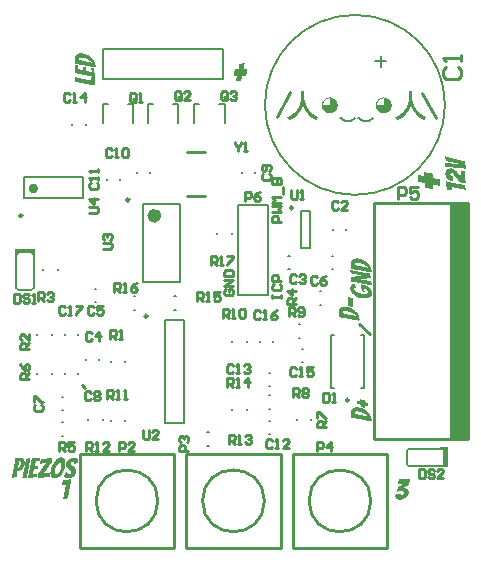
<source format=gto>
%FSLAX25Y25*%
%MOIN*%
G70*
G01*
G75*
G04 Layer_Color=65535*
%ADD10R,0.05512X0.04134*%
%ADD11C,0.05906*%
%ADD12R,0.03937X0.03937*%
%ADD13R,0.06102X0.09449*%
%ADD14R,0.05315X0.03740*%
%ADD15R,0.03543X0.03740*%
%ADD16R,0.03740X0.05315*%
%ADD17R,0.03937X0.03937*%
%ADD18R,0.03543X0.02559*%
%ADD19O,0.06693X0.01378*%
%ADD20R,0.06300X0.05500*%
%ADD21R,0.04134X0.05512*%
%ADD22R,0.02000X0.02000*%
%ADD23O,0.02362X0.08661*%
%ADD24O,0.09843X0.02756*%
%ADD25C,0.01000*%
%ADD26C,0.03200*%
%ADD27C,0.02000*%
%ADD28C,0.01400*%
%ADD29C,0.01600*%
%ADD30C,0.02000*%
%ADD31C,0.02800*%
%ADD32R,0.05906X0.05906*%
%ADD33C,0.07874*%
%ADD34R,0.07874X0.07874*%
%ADD35O,0.09843X0.06693*%
%ADD36O,0.07480X0.10236*%
%ADD37R,0.07480X0.10236*%
%ADD38C,0.10000*%
%ADD39C,0.10827*%
%ADD40C,0.03400*%
%ADD41C,0.03150*%
%ADD42C,0.02400*%
%ADD43C,0.03000*%
%ADD44C,0.05000*%
%ADD45P,0.02828X4X270.0*%
%ADD46C,0.00800*%
%ADD47C,0.00984*%
%ADD48C,0.00787*%
%ADD49C,0.02362*%
%ADD50C,0.01575*%
%ADD51C,0.00591*%
%ADD52R,0.02560X0.00730*%
%ADD53R,0.01800X0.06700*%
%ADD54R,0.02300X0.00650*%
%ADD55R,0.05906X0.78740*%
%ADD56R,0.00650X0.02300*%
%ADD57R,0.06700X0.01800*%
%ADD58R,0.00730X0.02560*%
G36*
X245430Y237349D02*
X242863Y233688D01*
X242980D01*
X243039Y233698D01*
X243117D01*
X243214Y233708D01*
X243322D01*
X243458Y233718D01*
X243605Y233728D01*
X243790Y233737D01*
X243985Y233747D01*
X244210Y233767D01*
X244463Y233786D01*
X244747Y233806D01*
X244717Y232371D01*
X244405D01*
X244298Y232361D01*
X244034D01*
X243888Y232351D01*
X243731Y232342D01*
X243556D01*
X243380Y232332D01*
X243195Y232322D01*
X242785Y232293D01*
X242765D01*
X242717Y232283D01*
X242638D01*
X242541Y232273D01*
X242414Y232263D01*
X242267Y232244D01*
X242111Y232234D01*
X241955Y232215D01*
X241614Y232185D01*
X241272Y232146D01*
X241116Y232127D01*
X240979Y232107D01*
X240852Y232098D01*
X240745Y232078D01*
X240755Y233454D01*
X243429Y237085D01*
X243283D01*
X243214Y237075D01*
X243136D01*
X243048Y237065D01*
X242941Y237056D01*
X242824Y237046D01*
X242697Y237036D01*
X242560Y237017D01*
X242404Y236997D01*
X242248Y236978D01*
X242063Y236948D01*
X241877Y236919D01*
X241653Y236890D01*
X241828Y238364D01*
X245674Y238637D01*
X245430Y237349D01*
D02*
G37*
G36*
X241750Y238920D02*
X241740Y238891D01*
X241731Y238851D01*
X241711Y238793D01*
X241672Y238666D01*
X241633Y238510D01*
Y238500D01*
X241623Y238481D01*
Y238442D01*
X241604Y238393D01*
X241584Y238266D01*
X241545Y238120D01*
Y238110D01*
X241535Y238090D01*
X241526Y238051D01*
X241516Y238012D01*
X241496Y237905D01*
X241477Y237788D01*
X241428D01*
X241360Y237778D01*
X241272D01*
X241165Y237768D01*
X241038D01*
X240882Y237758D01*
X240091D01*
X239759Y236070D01*
X239779D01*
X239847Y236080D01*
X239935D01*
X240052Y236089D01*
X240179D01*
X240325Y236099D01*
X240462Y236109D01*
X240716D01*
X240784Y236119D01*
X240930D01*
X240989Y236128D01*
X241038D01*
Y236119D01*
Y236080D01*
X241028Y236031D01*
X241018Y235963D01*
X241008Y235884D01*
X240999Y235787D01*
X240969Y235601D01*
Y235592D01*
X240960Y235562D01*
Y235514D01*
X240950Y235445D01*
X240940Y235367D01*
X240921Y235279D01*
X240891Y235084D01*
X240813D01*
X240774Y235074D01*
X240306D01*
X240140Y235065D01*
X240052D01*
X239993Y235055D01*
X239827D01*
X239632Y235045D01*
X239310Y233308D01*
X240677Y233532D01*
X240579Y232459D01*
X237544Y232000D01*
X238773Y238666D01*
X241750Y238930D01*
Y238920D01*
D02*
G37*
G36*
X238354Y238783D02*
X238344Y238744D01*
X238324Y238666D01*
X238305Y238568D01*
X238285Y238451D01*
X238256Y238305D01*
X238227Y238139D01*
X238188Y237954D01*
X238149Y237749D01*
X238100Y237534D01*
X238061Y237300D01*
X238012Y237056D01*
X237954Y236792D01*
X237905Y236529D01*
X237797Y235982D01*
X237690Y235416D01*
X237583Y234850D01*
X237475Y234294D01*
X237417Y234020D01*
X237368Y233767D01*
X237319Y233513D01*
X237280Y233269D01*
X237231Y233044D01*
X237192Y232839D01*
X237163Y232644D01*
X237124Y232469D01*
X237095Y232312D01*
X237075Y232176D01*
X236958D01*
X236870Y232166D01*
X236743Y232156D01*
X236597Y232137D01*
X236411Y232117D01*
X236187Y232088D01*
X236158D01*
X236128Y232078D01*
X236089D01*
X235992Y232059D01*
X235875Y232049D01*
X235758Y232029D01*
X235650Y232019D01*
X235611Y232010D01*
X235572D01*
X235553Y232000D01*
X235543D01*
Y232010D01*
X235553Y232049D01*
X235572Y232107D01*
X235592Y232185D01*
X235621Y232283D01*
X235650Y232410D01*
X235680Y232537D01*
X235719Y232693D01*
X235758Y232859D01*
X235797Y233035D01*
X235836Y233230D01*
X235884Y233435D01*
X235982Y233864D01*
X236070Y234323D01*
Y234333D01*
X236080Y234352D01*
X236089Y234391D01*
X236099Y234450D01*
X236109Y234518D01*
X236128Y234596D01*
X236148Y234694D01*
X236168Y234791D01*
X236187Y234909D01*
X236207Y235035D01*
X236265Y235309D01*
X236324Y235611D01*
X236392Y235933D01*
X236451Y236275D01*
X236519Y236626D01*
X236655Y237329D01*
X236714Y237671D01*
X236782Y238002D01*
X236831Y238305D01*
X236880Y238578D01*
X238354Y238803D01*
Y238783D01*
D02*
G37*
G36*
X356261Y358967D02*
X356355Y358956D01*
X356472Y358932D01*
X356589Y358909D01*
X356729Y358886D01*
X357022Y358780D01*
X357174Y358721D01*
X357327Y358640D01*
X357491Y358558D01*
X357655Y358440D01*
X357807Y358323D01*
X357959Y358183D01*
X357971Y358171D01*
X357994Y358148D01*
X358029Y358101D01*
X358088Y358042D01*
X358146Y357960D01*
X358217Y357878D01*
X358287Y357773D01*
X358357Y357656D01*
X358427Y357515D01*
X358509Y357375D01*
X358627Y357059D01*
X358685Y356883D01*
X358720Y356696D01*
X358744Y356508D01*
X358755Y356309D01*
Y356298D01*
Y356262D01*
Y356204D01*
X358744Y356134D01*
X358732Y356040D01*
X358708Y355923D01*
X358685Y355806D01*
X358662Y355677D01*
X358556Y355384D01*
X358498Y355220D01*
X358416Y355068D01*
X358334Y354904D01*
X358217Y354740D01*
X358100Y354588D01*
X357959Y354436D01*
X357947Y354424D01*
X357924Y354401D01*
X357877Y354365D01*
X357819Y354307D01*
X357736Y354248D01*
X357655Y354190D01*
X357549Y354108D01*
X357432Y354037D01*
X357292Y353967D01*
X357151Y353897D01*
X356835Y353768D01*
X356659Y353710D01*
X356472Y353675D01*
X356284Y353651D01*
X356085Y353639D01*
X355980D01*
X355910Y353651D01*
X355816Y353663D01*
X355699Y353686D01*
X355582Y353710D01*
X355453Y353745D01*
X355160Y353838D01*
X354996Y353897D01*
X354844Y353979D01*
X354680Y354073D01*
X354516Y354178D01*
X354364Y354295D01*
X354212Y354436D01*
X354200Y354447D01*
X354177Y354471D01*
X354141Y354518D01*
X354083Y354576D01*
X354024Y354658D01*
X353966Y354740D01*
X353884Y354845D01*
X353814Y354974D01*
X353743Y355103D01*
X353673Y355244D01*
X353544Y355560D01*
X353486Y355735D01*
X353451Y355923D01*
X353427Y356110D01*
X353415Y356309D01*
Y356321D01*
Y356356D01*
Y356415D01*
X353427Y356485D01*
X353439Y356579D01*
X353462Y356696D01*
X353486Y356813D01*
X353521Y356953D01*
X353615Y357246D01*
X353673Y357398D01*
X353755Y357551D01*
X353849Y357715D01*
X353954Y357878D01*
X354071Y358031D01*
X354212Y358183D01*
X354223Y358195D01*
X354247Y358218D01*
X354294Y358253D01*
X354352Y358312D01*
X354434Y358370D01*
X354516Y358440D01*
X354622Y358511D01*
X354750Y358581D01*
X354879Y358651D01*
X355020Y358733D01*
X355336Y358850D01*
X355512Y358909D01*
X355699Y358944D01*
X355886Y358967D01*
X356085Y358979D01*
X356191D01*
X356261Y358967D01*
D02*
G37*
G36*
X369618Y334105D02*
X369696Y334086D01*
X369813Y334066D01*
X369950Y334027D01*
X370125Y334008D01*
X370321Y333968D01*
X370516Y333910D01*
X371004Y333832D01*
X371512Y333715D01*
X372059Y333617D01*
X372625Y333519D01*
X372606Y332582D01*
Y332562D01*
Y332543D01*
Y332406D01*
Y332230D01*
X372586Y332035D01*
X372684D01*
X372762Y332015D01*
X372977Y331996D01*
X373250Y331976D01*
X373582Y331937D01*
X373953Y331879D01*
X374344Y331820D01*
X374774Y331742D01*
X374891Y329496D01*
X374852Y329516D01*
X374734Y329535D01*
X374559Y329574D01*
X374305Y329633D01*
X373973Y329711D01*
X373582Y329808D01*
X373133Y329906D01*
X372606Y330004D01*
Y328481D01*
X372528D01*
X372430Y328500D01*
X372313D01*
X372176Y328520D01*
X372000Y328539D01*
X371610Y328578D01*
X371161Y328617D01*
X370692Y328676D01*
X370243Y328734D01*
X369813Y328793D01*
Y329008D01*
Y329027D01*
Y329047D01*
Y329145D01*
Y329301D01*
X369793Y329516D01*
Y329750D01*
X369774Y330004D01*
X369715Y330531D01*
X369696D01*
X369657Y330551D01*
X369579D01*
X369481Y330570D01*
X369247Y330609D01*
X368993Y330648D01*
X368973D01*
X368934Y330668D01*
X368876D01*
X368778Y330687D01*
X368563Y330726D01*
X368290Y330766D01*
X368270D01*
X368231Y330785D01*
X368153Y330804D01*
X368055Y330824D01*
X367801Y330863D01*
X367547Y330922D01*
Y330941D01*
Y331000D01*
X367528Y331078D01*
Y331195D01*
Y331332D01*
X367508Y331488D01*
X367489Y331820D01*
X367450Y332211D01*
X367430Y332582D01*
X367391Y332914D01*
X367372Y333070D01*
X367352Y333187D01*
X367372D01*
X367411Y333168D01*
X367489D01*
X367586Y333129D01*
X367840Y333090D01*
X368133Y333011D01*
X368153D01*
X368212Y332992D01*
X368290Y332972D01*
X368387Y332953D01*
X368641Y332894D01*
X368934Y332816D01*
X368954D01*
X368993Y332797D01*
X369071D01*
X369168Y332757D01*
X369403Y332718D01*
X369696Y332640D01*
Y332660D01*
Y332679D01*
X369676Y332816D01*
X369657Y332972D01*
X369637Y333168D01*
Y333187D01*
Y333207D01*
X369618Y333324D01*
X369598Y333480D01*
Y333676D01*
Y333695D01*
Y333715D01*
X369579Y333832D01*
X369559Y333968D01*
X369539Y334125D01*
X369559D01*
X369618Y334105D01*
D02*
G37*
G36*
X253082Y238851D02*
X253179Y238842D01*
X253277Y238832D01*
X253374Y238812D01*
X253462Y238793D01*
X253472D01*
X253501Y238783D01*
X253540Y238764D01*
X253599Y238744D01*
X253726Y238686D01*
X253853Y238608D01*
X253872Y238598D01*
X253911Y238549D01*
X253970Y238481D01*
X254038Y238393D01*
X254097Y238266D01*
X254155Y238120D01*
X254194Y237944D01*
X254214Y237739D01*
Y237729D01*
Y237719D01*
Y237651D01*
X254204Y237573D01*
X254185Y237475D01*
Y237466D01*
Y237456D01*
X254175Y237397D01*
X254165Y237300D01*
X254145Y237192D01*
X252789Y236792D01*
Y236802D01*
X252799Y236821D01*
X252808Y236860D01*
X252818Y236909D01*
X252828Y237036D01*
X252838Y237183D01*
Y237192D01*
Y237222D01*
X252828Y237251D01*
Y237300D01*
X252789Y237407D01*
X252769Y237456D01*
X252730Y237505D01*
Y237514D01*
X252711Y237524D01*
X252672Y237573D01*
X252603Y237612D01*
X252555Y237622D01*
X252516Y237632D01*
X252496D01*
X252447Y237622D01*
X252379Y237612D01*
X252291Y237573D01*
X252272Y237563D01*
X252223Y237534D01*
X252154Y237495D01*
X252076Y237427D01*
X252067Y237417D01*
X252037Y237387D01*
X251998Y237349D01*
X251949Y237290D01*
X251901Y237231D01*
X251862Y237153D01*
X251832Y237065D01*
X251823Y236978D01*
Y236968D01*
Y236939D01*
X251832Y236890D01*
X251842Y236841D01*
X251881Y236704D01*
X251910Y236636D01*
X251949Y236577D01*
X251959Y236568D01*
X251969Y236548D01*
X251998Y236529D01*
X252037Y236490D01*
X252135Y236392D01*
X252262Y236294D01*
X252272Y236285D01*
X252291Y236275D01*
X252330Y236246D01*
X252379Y236216D01*
X252447Y236177D01*
X252516Y236128D01*
X252672Y236031D01*
X252681Y236021D01*
X252711Y236011D01*
X252750Y235972D01*
X252808Y235933D01*
X252935Y235826D01*
X253082Y235689D01*
X253091Y235680D01*
X253101Y235670D01*
X253121Y235641D01*
X253150Y235592D01*
X253179Y235543D01*
X253218Y235484D01*
X253257Y235406D01*
X253306Y235328D01*
X253345Y235231D01*
X253384Y235123D01*
X253452Y234889D01*
X253501Y234616D01*
X253521Y234469D01*
Y234313D01*
Y234303D01*
Y234264D01*
Y234215D01*
X253511Y234147D01*
X253501Y234059D01*
X253482Y233952D01*
X253462Y233845D01*
X253423Y233718D01*
X253384Y233581D01*
X253335Y233444D01*
X253277Y233308D01*
X253208Y233161D01*
X253121Y233025D01*
X253013Y232878D01*
X252906Y232742D01*
X252769Y232615D01*
X252760Y232605D01*
X252740Y232586D01*
X252701Y232556D01*
X252642Y232517D01*
X252574Y232469D01*
X252486Y232420D01*
X252389Y232361D01*
X252281Y232303D01*
X252154Y232244D01*
X252018Y232185D01*
X251871Y232137D01*
X251705Y232088D01*
X251539Y232049D01*
X251354Y232019D01*
X251169Y232000D01*
X250964Y231990D01*
X250925D01*
X250886Y232000D01*
X250827D01*
X250759Y232019D01*
X250671Y232039D01*
X250583Y232059D01*
X250476Y232098D01*
X250368Y232137D01*
X250251Y232195D01*
X250124Y232263D01*
X249997Y232342D01*
X249871Y232439D01*
X249744Y232547D01*
X249617Y232673D01*
X249490Y232820D01*
X250183Y234186D01*
X250193Y234176D01*
X250212Y234147D01*
X250241Y234098D01*
X250290Y234030D01*
X250359Y233962D01*
X250446Y233884D01*
X250554Y233796D01*
X250681Y233718D01*
X250700Y233708D01*
X250739Y233688D01*
X250807Y233649D01*
X250886Y233610D01*
X250973Y233571D01*
X251071Y233532D01*
X251149Y233513D01*
X251227Y233503D01*
X251335D01*
X251442Y233513D01*
X251539Y233532D01*
X251549D01*
X251559Y233542D01*
X251618Y233562D01*
X251686Y233601D01*
X251764Y233649D01*
X251774Y233659D01*
X251803Y233679D01*
X251832Y233718D01*
X251881Y233767D01*
X251920Y233825D01*
X251949Y233893D01*
X251979Y233962D01*
X251989Y234050D01*
Y234059D01*
Y234089D01*
X251979Y234137D01*
X251969Y234186D01*
X251949Y234255D01*
X251930Y234323D01*
X251891Y234401D01*
X251842Y234469D01*
X251832Y234479D01*
X251813Y234499D01*
X251783Y234538D01*
X251745Y234586D01*
X251686Y234645D01*
X251627Y234713D01*
X251481Y234840D01*
X251471Y234850D01*
X251442Y234869D01*
X251403Y234909D01*
X251344Y234947D01*
X251276Y235006D01*
X251198Y235065D01*
X251012Y235191D01*
X251003Y235201D01*
X250973Y235221D01*
X250925Y235260D01*
X250856Y235309D01*
X250710Y235436D01*
X250554Y235572D01*
X250544Y235582D01*
X250534Y235592D01*
X250476Y235650D01*
X250388Y235748D01*
X250300Y235865D01*
X250202Y236011D01*
X250115Y236177D01*
X250056Y236353D01*
X250046Y236441D01*
X250037Y236538D01*
Y236548D01*
Y236558D01*
Y236587D01*
Y236626D01*
X250056Y236724D01*
X250076Y236841D01*
X250105Y236987D01*
X250154Y237143D01*
X250222Y237309D01*
X250320Y237466D01*
Y237475D01*
X250329Y237485D01*
X250368Y237534D01*
X250437Y237612D01*
X250524Y237710D01*
X250632Y237827D01*
X250749Y237944D01*
X250895Y238071D01*
X251051Y238188D01*
X251061D01*
X251071Y238198D01*
X251130Y238237D01*
X251217Y238295D01*
X251335Y238364D01*
X251481Y238442D01*
X251637Y238529D01*
X251823Y238608D01*
X252008Y238676D01*
X252018D01*
X252028Y238686D01*
X252057Y238695D01*
X252096Y238705D01*
X252193Y238734D01*
X252311Y238773D01*
X252447Y238803D01*
X252594Y238832D01*
X252740Y238851D01*
X252877Y238861D01*
X253004D01*
X253082Y238851D01*
D02*
G37*
G36*
X338275Y358967D02*
X338368Y358956D01*
X338485Y358932D01*
X338602Y358909D01*
X338743Y358886D01*
X339036Y358780D01*
X339188Y358721D01*
X339340Y358640D01*
X339504Y358558D01*
X339668Y358440D01*
X339820Y358323D01*
X339972Y358183D01*
X339984Y358171D01*
X340008Y358148D01*
X340043Y358101D01*
X340101Y358042D01*
X340160Y357960D01*
X340230Y357878D01*
X340300Y357773D01*
X340371Y357656D01*
X340441Y357515D01*
X340523Y357375D01*
X340640Y357059D01*
X340699Y356883D01*
X340734Y356696D01*
X340757Y356508D01*
X340769Y356309D01*
Y356298D01*
Y356262D01*
Y356204D01*
X340757Y356134D01*
X340745Y356040D01*
X340722Y355923D01*
X340699Y355806D01*
X340675Y355677D01*
X340570Y355384D01*
X340511Y355220D01*
X340429Y355068D01*
X340347Y354904D01*
X340230Y354740D01*
X340113Y354588D01*
X339972Y354436D01*
X339961Y354424D01*
X339937Y354401D01*
X339891Y354365D01*
X339832Y354307D01*
X339750Y354248D01*
X339668Y354190D01*
X339563Y354108D01*
X339445Y354037D01*
X339305Y353967D01*
X339164Y353897D01*
X338848Y353768D01*
X338673Y353710D01*
X338485Y353675D01*
X338298Y353651D01*
X338099Y353639D01*
X337993D01*
X337923Y353651D01*
X337829Y353663D01*
X337712Y353686D01*
X337595Y353710D01*
X337467Y353745D01*
X337174Y353838D01*
X337010Y353897D01*
X336858Y353979D01*
X336694Y354073D01*
X336530Y354178D01*
X336378Y354295D01*
X336225Y354436D01*
X336213Y354447D01*
X336190Y354471D01*
X336155Y354518D01*
X336096Y354576D01*
X336038Y354658D01*
X335979Y354740D01*
X335897Y354845D01*
X335827Y354974D01*
X335757Y355103D01*
X335687Y355244D01*
X335558Y355560D01*
X335499Y355735D01*
X335464Y355923D01*
X335441Y356110D01*
X335429Y356309D01*
Y356321D01*
Y356356D01*
Y356415D01*
X335441Y356485D01*
X335452Y356579D01*
X335476Y356696D01*
X335499Y356813D01*
X335534Y356953D01*
X335628Y357246D01*
X335687Y357398D01*
X335769Y357551D01*
X335862Y357715D01*
X335968Y357878D01*
X336085Y358031D01*
X336225Y358183D01*
X336237Y358195D01*
X336260Y358218D01*
X336307Y358253D01*
X336366Y358312D01*
X336448Y358370D01*
X336530Y358440D01*
X336635Y358511D01*
X336764Y358581D01*
X336893Y358651D01*
X337033Y358733D01*
X337349Y358850D01*
X337525Y358909D01*
X337712Y358944D01*
X337900Y358967D01*
X338099Y358979D01*
X338204D01*
X338275Y358967D01*
D02*
G37*
G36*
X376678Y339361D02*
X376746Y339341D01*
X376834Y339312D01*
X376951Y339283D01*
X377088Y339244D01*
X377234Y339195D01*
X377400Y339146D01*
X377585Y339097D01*
X377781Y339039D01*
X378191Y338931D01*
X378620Y338814D01*
X379059Y338697D01*
X379069D01*
X379108Y338687D01*
X379176Y338668D01*
X379254Y338648D01*
X379352Y338619D01*
X379469Y338590D01*
X379606Y338560D01*
X379752Y338521D01*
X379899Y338482D01*
X380065Y338443D01*
X380406Y338355D01*
X380748Y338277D01*
X381089Y338189D01*
X381099D01*
X381128Y338180D01*
X381177Y338170D01*
X381245Y338150D01*
X381324Y338131D01*
X381431Y338102D01*
X381548Y338082D01*
X381675Y338043D01*
X381821Y338014D01*
X381987Y337975D01*
X382163Y337926D01*
X382348Y337887D01*
X382553Y337838D01*
X382758Y337789D01*
X382983Y337740D01*
X383217Y337682D01*
X383578Y335242D01*
X383568D01*
X383529Y335252D01*
X383471D01*
X383383Y335261D01*
X383285Y335271D01*
X383158Y335281D01*
X383022Y335291D01*
X382866Y335310D01*
X382690Y335320D01*
X382495Y335339D01*
X382290Y335359D01*
X382075Y335379D01*
X381851Y335398D01*
X381607Y335418D01*
X381353Y335437D01*
X381099Y335457D01*
X380562Y335505D01*
X379996Y335544D01*
X379420Y335583D01*
X378844Y335623D01*
X378278Y335652D01*
X377712Y335681D01*
X377185Y335701D01*
X376922Y335710D01*
X376678Y335720D01*
Y335730D01*
Y335749D01*
Y335788D01*
Y335837D01*
Y335896D01*
Y335964D01*
X376668Y336140D01*
Y336335D01*
X376648Y336560D01*
X376639Y336794D01*
X376619Y337028D01*
X376600Y337174D01*
X376648D01*
X376707Y337165D01*
X376785Y337155D01*
X376873Y337145D01*
X376980Y337135D01*
X377107Y337126D01*
X377234Y337116D01*
X377517Y337087D01*
X377820Y337057D01*
X378113Y337028D01*
X378396Y336999D01*
X378425D01*
X378464Y336989D01*
X378513D01*
X378571Y336979D01*
X378640D01*
X378805Y336960D01*
X378981Y336940D01*
X379176Y336921D01*
X379362Y336911D01*
X379537Y336891D01*
X379557D01*
X379606Y336882D01*
X379694D01*
X379801Y336872D01*
X379928Y336852D01*
X380074Y336843D01*
X380377Y336813D01*
X380406D01*
X380445Y336804D01*
X380494D01*
X380553Y336794D01*
X380631Y336784D01*
X380797Y336774D01*
X381001Y336755D01*
X381226Y336725D01*
X381470Y336706D01*
X381714Y336677D01*
Y336852D01*
X376727Y337897D01*
Y337906D01*
Y337936D01*
Y337994D01*
X376717Y338053D01*
Y338131D01*
X376707Y338219D01*
X376697Y338394D01*
Y338404D01*
Y338443D01*
X376688Y338492D01*
Y338551D01*
X376678Y338629D01*
Y338717D01*
X376668Y338902D01*
Y338912D01*
Y338941D01*
X376658Y338990D01*
Y339058D01*
X376648Y339126D01*
X376639Y339214D01*
X376619Y339380D01*
X376629D01*
X376678Y339361D01*
D02*
G37*
G36*
X378610Y335359D02*
X378698Y335349D01*
X378815Y335320D01*
X378971Y335271D01*
X379147Y335203D01*
X379352Y335096D01*
X379586Y334969D01*
X379703Y334881D01*
X379830Y334793D01*
X379957Y334695D01*
X380094Y334578D01*
X380230Y334451D01*
X380377Y334315D01*
X380523Y334168D01*
X380670Y334002D01*
X380816Y333827D01*
X380972Y333631D01*
X381128Y333427D01*
X381284Y333202D01*
X381441Y332968D01*
X381607Y332704D01*
X381763Y332431D01*
X381929Y332138D01*
Y332148D01*
Y332158D01*
Y332187D01*
Y332236D01*
Y332285D01*
Y332343D01*
X381919Y332490D01*
Y332665D01*
X381909Y332870D01*
X381899Y333095D01*
X381880Y333339D01*
Y333348D01*
Y333368D01*
X381870Y333407D01*
Y333456D01*
X381860Y333514D01*
Y333583D01*
X381851Y333739D01*
X381831Y333924D01*
X381821Y334120D01*
X381802Y334315D01*
X381792Y334510D01*
X383149Y334354D01*
Y334334D01*
Y334295D01*
X383158Y334217D01*
X383168Y334110D01*
X383178Y333983D01*
X383188Y333827D01*
X383197Y333651D01*
X383207Y333456D01*
Y333446D01*
Y333417D01*
X383217Y333358D01*
Y333290D01*
X383227Y333202D01*
Y333104D01*
X383237Y332997D01*
X383246Y332880D01*
X383256Y332616D01*
X383276Y332333D01*
X383295Y332060D01*
X383315Y331797D01*
Y331787D01*
Y331767D01*
Y331728D01*
X383324Y331680D01*
Y331621D01*
X383334Y331543D01*
X383344Y331465D01*
Y331367D01*
X383363Y331143D01*
X383383Y330899D01*
X383402Y330616D01*
X383422Y330313D01*
X382241Y330469D01*
X382231D01*
X382212Y330479D01*
X382173Y330489D01*
X382114Y330508D01*
X382046Y330538D01*
X381958Y330577D01*
X381860Y330635D01*
X381753Y330713D01*
X381626Y330801D01*
X381480Y330918D01*
X381333Y331055D01*
X381158Y331211D01*
X380982Y331406D01*
X380787Y331621D01*
X380582Y331865D01*
X380367Y332148D01*
X380357Y332158D01*
X380338Y332187D01*
X380299Y332246D01*
X380250Y332304D01*
X380182Y332382D01*
X380113Y332480D01*
X379957Y332675D01*
X379781Y332890D01*
X379615Y333095D01*
X379528Y333192D01*
X379450Y333280D01*
X379381Y333358D01*
X379323Y333417D01*
X379313Y333427D01*
X379274Y333466D01*
X379215Y333514D01*
X379137Y333563D01*
X379059Y333622D01*
X378971Y333661D01*
X378874Y333700D01*
X378786Y333710D01*
X378747D01*
X378708Y333700D01*
X378649D01*
X378522Y333661D01*
X378464Y333641D01*
X378405Y333602D01*
X378396D01*
X378376Y333583D01*
X378327Y333524D01*
X378269Y333446D01*
X378259Y333387D01*
X378249Y333329D01*
Y333319D01*
Y333300D01*
Y333270D01*
X378259Y333241D01*
X378278Y333143D01*
X378317Y333056D01*
X378327Y333036D01*
X378366Y332987D01*
X378425Y332929D01*
X378493Y332880D01*
X378503D01*
X378532Y332860D01*
X378571Y332841D01*
X378630Y332821D01*
X378708Y332802D01*
X378796Y332782D01*
X378893Y332773D01*
X379001Y332763D01*
X379118D01*
X379137Y332773D01*
Y332743D01*
Y332724D01*
X379147Y332685D01*
Y332636D01*
X379157Y332568D01*
X379167Y332480D01*
X379176Y332372D01*
X379186Y332246D01*
X379206Y332089D01*
X379225Y331904D01*
X379245Y331689D01*
X379264Y331435D01*
X379293Y331153D01*
X379264D01*
X379235Y331143D01*
X379196D01*
X379108Y331133D01*
X378942D01*
X378893Y331143D01*
X378815D01*
X378727Y331153D01*
X378620Y331172D01*
X378513Y331201D01*
X378386Y331231D01*
X378249Y331270D01*
X378113Y331318D01*
X377966Y331387D01*
X377820Y331455D01*
X377673Y331543D01*
X377537Y331650D01*
X377390Y331767D01*
X377263Y331904D01*
X377254Y331914D01*
X377234Y331933D01*
X377205Y331972D01*
X377166Y332031D01*
X377127Y332099D01*
X377068Y332177D01*
X377019Y332275D01*
X376961Y332382D01*
X376902Y332490D01*
X376853Y332616D01*
X376756Y332899D01*
X376717Y333056D01*
X376688Y333212D01*
X376668Y333378D01*
X376658Y333553D01*
Y333563D01*
Y333593D01*
Y333631D01*
X376668Y333680D01*
Y333749D01*
X376678Y333827D01*
X376717Y334002D01*
X376766Y334198D01*
X376844Y334412D01*
X376961Y334617D01*
X377029Y334715D01*
X377107Y334812D01*
X377117Y334822D01*
X377127Y334832D01*
X377156Y334861D01*
X377205Y334900D01*
X377254Y334939D01*
X377322Y334988D01*
X377390Y335037D01*
X377478Y335096D01*
X377576Y335144D01*
X377683Y335193D01*
X377800Y335242D01*
X377927Y335281D01*
X378064Y335320D01*
X378210Y335349D01*
X378366Y335359D01*
X378532Y335369D01*
X378552D01*
X378610Y335359D01*
D02*
G37*
G36*
X376756Y331045D02*
X376785D01*
X376824Y331035D01*
X376873Y331016D01*
X376941Y331006D01*
X377019Y330987D01*
X377097Y330967D01*
X377195Y330947D01*
X377302Y330918D01*
X377546Y330869D01*
X377820Y330811D01*
X378122Y330743D01*
X378464Y330664D01*
X378825Y330596D01*
X379215Y330508D01*
X379635Y330430D01*
X380065Y330342D01*
X380523Y330255D01*
X380992Y330176D01*
X381470Y330089D01*
X381480D01*
X381509Y330079D01*
X381548D01*
X381607Y330069D01*
X381685Y330059D01*
X381763Y330040D01*
X381860Y330030D01*
X381977Y330011D01*
X382221Y329972D01*
X382495Y329923D01*
X382787Y329874D01*
X383100Y329825D01*
Y329815D01*
X383110Y329796D01*
X383119Y329767D01*
X383129Y329718D01*
X383149Y329649D01*
X383168Y329581D01*
X383188Y329493D01*
X383217Y329386D01*
X383246Y329279D01*
X383276Y329152D01*
X383305Y329015D01*
X383334Y328869D01*
X383363Y328703D01*
X383402Y328537D01*
X383432Y328351D01*
X383471Y328156D01*
X383461D01*
X383432Y328166D01*
X383393Y328176D01*
X383324Y328185D01*
X383256Y328205D01*
X383168Y328224D01*
X383071Y328244D01*
X382973Y328273D01*
X382749Y328322D01*
X382505Y328371D01*
X382260Y328420D01*
X382026Y328468D01*
X382016D01*
X381997Y328478D01*
X381968D01*
X381929Y328488D01*
X381811Y328517D01*
X381675Y328547D01*
X381519Y328576D01*
X381343Y328605D01*
X381177Y328644D01*
X381021Y328673D01*
X381001D01*
X380953Y328693D01*
X380875Y328703D01*
X380767Y328732D01*
X380650Y328751D01*
X380513Y328781D01*
X380221Y328849D01*
X380191D01*
X380162Y328859D01*
X380123Y328869D01*
X380065Y328878D01*
X379996Y328888D01*
X379918Y328908D01*
X379830Y328917D01*
X379733Y328937D01*
X379615Y328966D01*
X379489Y328986D01*
X379352Y329005D01*
X379206Y329035D01*
X379040Y329064D01*
X378874Y329103D01*
X378688Y329132D01*
Y329122D01*
Y329083D01*
X378698Y329035D01*
X378708Y328957D01*
X378718Y328869D01*
X378737Y328761D01*
X378757Y328634D01*
X378776Y328498D01*
Y328478D01*
X378786Y328439D01*
X378796Y328371D01*
X378805Y328293D01*
X378835Y328127D01*
X378844Y328049D01*
X378854Y327990D01*
X377205Y328224D01*
Y328234D01*
X377195Y328254D01*
X377185Y328293D01*
X377175Y328351D01*
X377166Y328410D01*
X377146Y328488D01*
X377136Y328576D01*
X377117Y328673D01*
X377078Y328878D01*
X377039Y329113D01*
X377000Y329347D01*
X376961Y329591D01*
Y329601D01*
Y329620D01*
X376951Y329659D01*
X376941Y329708D01*
X376932Y329767D01*
X376922Y329835D01*
X376912Y329923D01*
X376892Y330020D01*
X376863Y330235D01*
X376824Y330479D01*
X376775Y330752D01*
X376727Y331055D01*
X376736D01*
X376756Y331045D01*
D02*
G37*
G36*
X364548Y229919D02*
X362674Y228924D01*
X362694D01*
X362733Y228914D01*
X362801Y228894D01*
X362889Y228875D01*
X362996Y228845D01*
X363113Y228806D01*
X363250Y228758D01*
X363387Y228709D01*
X363523Y228641D01*
X363670Y228572D01*
X363806Y228484D01*
X363943Y228397D01*
X364060Y228289D01*
X364167Y228172D01*
X364265Y228045D01*
X364333Y227899D01*
Y227889D01*
X364343Y227860D01*
X364363Y227801D01*
X364382Y227733D01*
X364392Y227645D01*
X364411Y227547D01*
X364421Y227440D01*
Y227313D01*
Y227294D01*
Y227255D01*
X364411Y227186D01*
X364392Y227089D01*
X364363Y226972D01*
X364314Y226835D01*
X364255Y226689D01*
X364177Y226523D01*
X364167Y226503D01*
X364138Y226445D01*
X364080Y226357D01*
X364011Y226249D01*
X363924Y226122D01*
X363806Y225986D01*
X363689Y225849D01*
X363543Y225703D01*
X363523Y225683D01*
X363475Y225644D01*
X363387Y225576D01*
X363279Y225498D01*
X363143Y225400D01*
X362987Y225303D01*
X362811Y225205D01*
X362625Y225117D01*
X362616D01*
X362606Y225107D01*
X362577Y225098D01*
X362538Y225078D01*
X362440Y225049D01*
X362313Y225010D01*
X362167Y224961D01*
X362001Y224932D01*
X361835Y224902D01*
X361669Y224893D01*
X361513D01*
X361415Y224902D01*
X361298Y224912D01*
X361181Y224922D01*
X361064Y224941D01*
X360947Y224961D01*
X360937D01*
X360898Y224971D01*
X360849Y224990D01*
X360781Y225020D01*
X360713Y225049D01*
X360625Y225088D01*
X360459Y225185D01*
X360439Y225205D01*
X360390Y225254D01*
X360312Y225322D01*
X360234Y225439D01*
X360146Y225576D01*
X360068Y225742D01*
X360019Y225927D01*
X360010Y226035D01*
X360000Y226152D01*
Y226161D01*
Y226191D01*
Y226230D01*
X360010Y226288D01*
X360019Y226366D01*
X360029Y226445D01*
X360078Y226630D01*
X361737Y226718D01*
Y226708D01*
Y226689D01*
X361747Y226659D01*
Y226620D01*
X361776Y226532D01*
X361825Y226454D01*
X361845Y226445D01*
X361884Y226415D01*
X361962Y226386D01*
X362050Y226376D01*
X362069D01*
X362137Y226386D01*
X362225Y226405D01*
X362323Y226435D01*
X362333D01*
X362352Y226445D01*
X362411Y226474D01*
X362499Y226523D01*
X362586Y226591D01*
X362596Y226601D01*
X362635Y226630D01*
X362684Y226679D01*
X362733Y226747D01*
X362791Y226815D01*
X362830Y226903D01*
X362869Y226991D01*
X362879Y227089D01*
Y227098D01*
Y227128D01*
X362869Y227176D01*
X362850Y227235D01*
X362821Y227303D01*
X362782Y227381D01*
X362733Y227460D01*
X362655Y227528D01*
X362645Y227538D01*
X362616Y227557D01*
X362567Y227586D01*
X362499Y227625D01*
X362401Y227664D01*
X362294Y227694D01*
X362167Y227713D01*
X362011Y227723D01*
X361854D01*
X361747Y227713D01*
X361630D01*
X361493Y227703D01*
X361220Y227664D01*
X361200D01*
X361161Y227655D01*
X361093Y227645D01*
X361015Y227635D01*
X360917Y227625D01*
X360820Y227616D01*
X360722D01*
X360625Y227606D01*
X360791Y228992D01*
X360800Y229002D01*
X360839Y229021D01*
X360888Y229050D01*
X360957Y229099D01*
X361044Y229158D01*
X361142Y229216D01*
X361249Y229294D01*
X361376Y229373D01*
X361640Y229558D01*
X361923Y229763D01*
X362206Y229968D01*
X362479Y230183D01*
X360966Y230153D01*
X361074Y231773D01*
X361152D01*
X361210Y231783D01*
X361366D01*
X361562Y231793D01*
X361786Y231803D01*
X362011D01*
X362235Y231813D01*
X362450Y231822D01*
X362499D01*
X362538Y231832D01*
X362635D01*
X362752Y231842D01*
X362889D01*
X363026Y231852D01*
X363162Y231861D01*
X363348D01*
X363406Y231871D01*
X363484D01*
X363582Y231881D01*
X363689Y231891D01*
X363904Y231900D01*
X363982D01*
X364070Y231910D01*
X364324D01*
X364470Y231920D01*
X364773D01*
X364548Y229919D01*
D02*
G37*
G36*
X235006Y238920D02*
X235123Y238910D01*
X235250Y238891D01*
X235377Y238871D01*
X235504Y238832D01*
X235621Y238783D01*
X235631Y238773D01*
X235670Y238754D01*
X235728Y238725D01*
X235787Y238686D01*
X235865Y238637D01*
X235943Y238568D01*
X236021Y238500D01*
X236099Y238412D01*
X236109Y238393D01*
X236128Y238364D01*
X236148Y238334D01*
X236177Y238285D01*
X236197Y238237D01*
X236265Y238100D01*
X236324Y237915D01*
X236372Y237700D01*
X236411Y237456D01*
X236421Y237163D01*
Y237153D01*
Y237143D01*
Y237114D01*
Y237075D01*
X236411Y236968D01*
X236402Y236841D01*
X236372Y236685D01*
X236343Y236509D01*
X236294Y236333D01*
X236226Y236148D01*
Y236138D01*
X236216Y236128D01*
X236187Y236070D01*
X236148Y235972D01*
X236089Y235855D01*
X236011Y235719D01*
X235924Y235572D01*
X235826Y235426D01*
X235709Y235279D01*
X235699Y235260D01*
X235650Y235221D01*
X235592Y235143D01*
X235504Y235065D01*
X235387Y234967D01*
X235260Y234860D01*
X235123Y234762D01*
X234967Y234674D01*
X234947Y234665D01*
X234899Y234635D01*
X234811Y234606D01*
X234703Y234567D01*
X234567Y234518D01*
X234420Y234489D01*
X234264Y234459D01*
X234098Y234450D01*
X234001D01*
Y234440D01*
X233991Y234411D01*
X233981Y234372D01*
X233972Y234303D01*
X233952Y234225D01*
X233932Y234137D01*
X233913Y234020D01*
X233884Y233893D01*
X233864Y233747D01*
X233835Y233591D01*
X233796Y233415D01*
X233767Y233220D01*
X233728Y233015D01*
X233698Y232791D01*
X233659Y232556D01*
X233620Y232303D01*
X232010Y232000D01*
Y232010D01*
X232019Y232049D01*
X232029Y232107D01*
X232049Y232185D01*
X232078Y232293D01*
X232098Y232410D01*
X232127Y232547D01*
X232166Y232703D01*
X232205Y232878D01*
X232244Y233064D01*
X232283Y233269D01*
X232332Y233474D01*
X232381Y233698D01*
X232429Y233932D01*
X232527Y234430D01*
X232634Y234957D01*
X232742Y235494D01*
X232957Y236597D01*
X233064Y237143D01*
X233161Y237671D01*
X233240Y238168D01*
X233279Y238403D01*
X233318Y238627D01*
X233327D01*
X233366Y238637D01*
X233415Y238656D01*
X233484Y238676D01*
X233571Y238695D01*
X233669Y238725D01*
X233776Y238754D01*
X233884Y238783D01*
X234137Y238832D01*
X234381Y238881D01*
X234625Y238920D01*
X234733Y238930D01*
X234918D01*
X235006Y238920D01*
D02*
G37*
G36*
X248699Y239017D02*
X248758Y239008D01*
X248836Y238998D01*
X249002Y238949D01*
X249187Y238871D01*
X249275Y238822D01*
X249373Y238764D01*
X249461Y238695D01*
X249549Y238608D01*
X249627Y238510D01*
X249695Y238403D01*
Y238393D01*
X249705Y238383D01*
X249724Y238354D01*
X249744Y238305D01*
X249763Y238256D01*
X249783Y238188D01*
X249812Y238110D01*
X249841Y238022D01*
X249861Y237915D01*
X249890Y237807D01*
X249910Y237680D01*
X249939Y237544D01*
X249949Y237397D01*
X249968Y237231D01*
X249978Y237056D01*
Y236870D01*
Y236860D01*
Y236841D01*
Y236812D01*
Y236773D01*
Y236724D01*
X249968Y236655D01*
X249958Y236509D01*
X249939Y236324D01*
X249910Y236109D01*
X249871Y235884D01*
X249812Y235631D01*
Y235621D01*
X249802Y235601D01*
X249793Y235562D01*
X249783Y235514D01*
X249763Y235455D01*
X249744Y235387D01*
X249705Y235221D01*
X249636Y235026D01*
X249568Y234821D01*
X249480Y234596D01*
X249383Y234381D01*
Y234372D01*
X249373Y234352D01*
X249353Y234323D01*
X249334Y234284D01*
X249275Y234176D01*
X249197Y234040D01*
X249109Y233884D01*
X249002Y233718D01*
X248875Y233542D01*
X248748Y233366D01*
X248729Y233347D01*
X248690Y233288D01*
X248611Y233210D01*
X248514Y233103D01*
X248407Y232986D01*
X248280Y232859D01*
X248133Y232732D01*
X247987Y232605D01*
X247977Y232595D01*
X247948Y232576D01*
X247909Y232547D01*
X247850Y232507D01*
X247772Y232459D01*
X247694Y232400D01*
X247597Y232351D01*
X247489Y232293D01*
X247245Y232176D01*
X246982Y232068D01*
X246845Y232029D01*
X246699Y232000D01*
X246562Y231980D01*
X246415Y231971D01*
X246357D01*
X246308Y231980D01*
X246201Y231990D01*
X246054Y232029D01*
X245898Y232078D01*
X245732Y232156D01*
X245566Y232273D01*
X245488Y232342D01*
X245420Y232420D01*
Y232429D01*
X245401Y232439D01*
X245381Y232469D01*
X245361Y232517D01*
X245332Y232566D01*
X245293Y232625D01*
X245254Y232703D01*
X245225Y232791D01*
X245186Y232888D01*
X245147Y232996D01*
X245117Y233113D01*
X245078Y233249D01*
X245059Y233386D01*
X245039Y233542D01*
X245020Y233708D01*
Y233884D01*
Y233893D01*
Y233932D01*
Y233991D01*
X245030Y234069D01*
X245039Y234167D01*
X245049Y234274D01*
X245059Y234411D01*
X245078Y234557D01*
X245108Y234723D01*
X245137Y234899D01*
X245176Y235084D01*
X245225Y235279D01*
X245274Y235484D01*
X245342Y235699D01*
X245410Y235924D01*
X245498Y236148D01*
X245508Y236158D01*
X245518Y236207D01*
X245547Y236265D01*
X245586Y236353D01*
X245635Y236451D01*
X245693Y236577D01*
X245762Y236704D01*
X245840Y236851D01*
X246025Y237173D01*
X246240Y237505D01*
X246494Y237846D01*
X246777Y238159D01*
X246786Y238168D01*
X246816Y238198D01*
X246865Y238237D01*
X246923Y238295D01*
X247001Y238364D01*
X247099Y238432D01*
X247206Y238510D01*
X247323Y238598D01*
X247450Y238676D01*
X247597Y238754D01*
X247743Y238822D01*
X247899Y238891D01*
X248055Y238949D01*
X248231Y238988D01*
X248397Y239017D01*
X248572Y239027D01*
X248651D01*
X248699Y239017D01*
D02*
G37*
G36*
X252055Y231764D02*
X252045Y231744D01*
Y231715D01*
X252035Y231676D01*
X252016Y231627D01*
X252006Y231559D01*
X251987Y231481D01*
X251967Y231403D01*
X251947Y231305D01*
X251918Y231198D01*
X251869Y230954D01*
X251811Y230680D01*
X251743Y230378D01*
X251664Y230036D01*
X251596Y229675D01*
X251508Y229285D01*
X251430Y228865D01*
X251342Y228435D01*
X251255Y227977D01*
X251177Y227508D01*
X251089Y227030D01*
Y227020D01*
X251079Y226991D01*
Y226952D01*
X251069Y226893D01*
X251059Y226815D01*
X251040Y226737D01*
X251030Y226640D01*
X251011Y226523D01*
X250972Y226279D01*
X250923Y226005D01*
X250874Y225712D01*
X250825Y225400D01*
X250815D01*
X250796Y225390D01*
X250767Y225381D01*
X250718Y225371D01*
X250649Y225351D01*
X250581Y225332D01*
X250493Y225312D01*
X250386Y225283D01*
X250279Y225254D01*
X250152Y225224D01*
X250015Y225195D01*
X249869Y225166D01*
X249703Y225137D01*
X249537Y225098D01*
X249351Y225068D01*
X249156Y225029D01*
Y225039D01*
X249166Y225068D01*
X249176Y225107D01*
X249185Y225176D01*
X249205Y225244D01*
X249224Y225332D01*
X249244Y225429D01*
X249273Y225527D01*
X249322Y225751D01*
X249371Y225995D01*
X249420Y226239D01*
X249468Y226474D01*
Y226483D01*
X249478Y226503D01*
Y226532D01*
X249488Y226571D01*
X249517Y226689D01*
X249547Y226825D01*
X249576Y226981D01*
X249605Y227157D01*
X249644Y227323D01*
X249673Y227479D01*
Y227499D01*
X249693Y227547D01*
X249703Y227625D01*
X249732Y227733D01*
X249751Y227850D01*
X249781Y227987D01*
X249849Y228279D01*
Y228289D01*
Y228309D01*
X249859Y228338D01*
X249869Y228377D01*
X249878Y228435D01*
X249888Y228504D01*
X249908Y228582D01*
X249917Y228670D01*
X249937Y228767D01*
X249966Y228885D01*
X249986Y229011D01*
X250005Y229148D01*
X250035Y229294D01*
X250064Y229460D01*
X250103Y229626D01*
X250132Y229812D01*
X250083D01*
X250035Y229802D01*
X249956Y229792D01*
X249869Y229782D01*
X249761Y229763D01*
X249634Y229743D01*
X249498Y229724D01*
X249478D01*
X249439Y229714D01*
X249371Y229704D01*
X249293Y229695D01*
X249127Y229665D01*
X249049Y229656D01*
X248990Y229646D01*
X249224Y231295D01*
X249234D01*
X249254Y231305D01*
X249293Y231315D01*
X249351Y231325D01*
X249410Y231334D01*
X249488Y231354D01*
X249576Y231364D01*
X249673Y231383D01*
X249878Y231422D01*
X250113Y231461D01*
X250347Y231500D01*
X250591Y231539D01*
X250620D01*
X250659Y231549D01*
X250708Y231559D01*
X250767Y231569D01*
X250835Y231578D01*
X250923Y231588D01*
X251020Y231608D01*
X251235Y231637D01*
X251479Y231676D01*
X251752Y231725D01*
X252055Y231773D01*
Y231764D01*
D02*
G37*
G36*
X347383Y255724D02*
X347471Y255714D01*
X347588Y255704D01*
X347706Y255695D01*
X347852Y255665D01*
X348008Y255636D01*
X348164Y255607D01*
X348340Y255558D01*
X348525Y255509D01*
X348721Y255451D01*
X348926Y255382D01*
X349131Y255304D01*
X349336Y255207D01*
X349345Y255197D01*
X349384Y255177D01*
X349443Y255148D01*
X349531Y255109D01*
X349628Y255050D01*
X349745Y254982D01*
X349872Y254904D01*
X350009Y254816D01*
X350155Y254709D01*
X350311Y254601D01*
X350468Y254484D01*
X350624Y254348D01*
X350936Y254065D01*
X351083Y253899D01*
X351229Y253733D01*
X351239Y253723D01*
X351268Y253684D01*
X351307Y253625D01*
X351356Y253557D01*
X351414Y253460D01*
X351483Y253342D01*
X351561Y253216D01*
X351629Y253069D01*
X351707Y252913D01*
X351785Y252737D01*
X351854Y252552D01*
X351912Y252366D01*
X351961Y252161D01*
X352000Y251957D01*
X352029Y251742D01*
X352039Y251517D01*
Y251507D01*
Y251478D01*
Y251439D01*
X352029Y251371D01*
Y251303D01*
X352020Y251205D01*
X352010Y251107D01*
X352000Y250990D01*
X351980D01*
X351941Y251000D01*
X351873Y251020D01*
X351776Y251039D01*
X351658Y251059D01*
X351522Y251088D01*
X351366Y251117D01*
X351190Y251146D01*
X350995Y251185D01*
X350780Y251234D01*
X350555Y251273D01*
X350321Y251322D01*
X350077Y251371D01*
X349814Y251420D01*
X349277Y251517D01*
X348721Y251625D01*
X348164Y251732D01*
X347608Y251830D01*
X347071Y251927D01*
X346817Y251976D01*
X346564Y252015D01*
X346329Y252054D01*
X346105Y252093D01*
X345890Y252132D01*
X345695Y252161D01*
X345510Y252191D01*
X345353Y252210D01*
Y252230D01*
X345344Y252279D01*
X345324Y252366D01*
X345305Y252464D01*
X345285Y252591D01*
X345256Y252728D01*
X345207Y253030D01*
Y253050D01*
X345197Y253098D01*
X345187Y253186D01*
X345168Y253294D01*
X345158Y253420D01*
X345148Y253577D01*
X345139Y253733D01*
Y253908D01*
Y253918D01*
Y253928D01*
Y253987D01*
X345148Y254074D01*
X345158Y254191D01*
X345178Y254318D01*
X345207Y254465D01*
X345246Y254601D01*
X345305Y254738D01*
X345314Y254758D01*
X345334Y254797D01*
X345373Y254865D01*
X345422Y254943D01*
X345480Y255041D01*
X345558Y255138D01*
X345646Y255226D01*
X345744Y255314D01*
X345754Y255324D01*
X345773Y255333D01*
X345802Y255353D01*
X345841Y255382D01*
X345900Y255412D01*
X345968Y255451D01*
X346046Y255490D01*
X346134Y255529D01*
X346232Y255568D01*
X346339Y255597D01*
X346466Y255636D01*
X346593Y255665D01*
X346886Y255714D01*
X347042Y255734D01*
X347305D01*
X347383Y255724D01*
D02*
G37*
G36*
X255383Y373697D02*
X255471Y373687D01*
X255589Y373677D01*
X255706Y373668D01*
X255852Y373638D01*
X256008Y373609D01*
X256164Y373580D01*
X256340Y373531D01*
X256525Y373482D01*
X256721Y373424D01*
X256926Y373355D01*
X257131Y373277D01*
X257335Y373180D01*
X257345Y373170D01*
X257384Y373150D01*
X257443Y373121D01*
X257531Y373082D01*
X257628Y373024D01*
X257745Y372955D01*
X257872Y372877D01*
X258009Y372789D01*
X258155Y372682D01*
X258312Y372575D01*
X258468Y372457D01*
X258624Y372321D01*
X258936Y372038D01*
X259083Y371872D01*
X259229Y371706D01*
X259239Y371696D01*
X259268Y371657D01*
X259307Y371599D01*
X259356Y371530D01*
X259414Y371433D01*
X259483Y371316D01*
X259561Y371189D01*
X259629Y371042D01*
X259707Y370886D01*
X259785Y370710D01*
X259854Y370525D01*
X259912Y370339D01*
X259961Y370135D01*
X260000Y369930D01*
X260029Y369715D01*
X260039Y369490D01*
Y369481D01*
Y369451D01*
Y369412D01*
X260029Y369344D01*
Y369276D01*
X260019Y369178D01*
X260010Y369080D01*
X260000Y368963D01*
X259981D01*
X259941Y368973D01*
X259873Y368993D01*
X259775Y369012D01*
X259658Y369032D01*
X259522Y369061D01*
X259366Y369090D01*
X259190Y369120D01*
X258995Y369159D01*
X258780Y369207D01*
X258556Y369246D01*
X258321Y369295D01*
X258077Y369344D01*
X257814Y369393D01*
X257277Y369490D01*
X256721Y369598D01*
X256164Y369705D01*
X255608Y369803D01*
X255071Y369900D01*
X254817Y369949D01*
X254564Y369988D01*
X254329Y370027D01*
X254105Y370066D01*
X253890Y370105D01*
X253695Y370135D01*
X253510Y370164D01*
X253353Y370183D01*
Y370203D01*
X253344Y370252D01*
X253324Y370339D01*
X253305Y370437D01*
X253285Y370564D01*
X253256Y370701D01*
X253207Y371003D01*
Y371023D01*
X253197Y371072D01*
X253187Y371159D01*
X253168Y371267D01*
X253158Y371394D01*
X253149Y371550D01*
X253139Y371706D01*
Y371882D01*
Y371891D01*
Y371901D01*
Y371960D01*
X253149Y372047D01*
X253158Y372165D01*
X253178Y372291D01*
X253207Y372438D01*
X253246Y372575D01*
X253305Y372711D01*
X253314Y372731D01*
X253334Y372770D01*
X253373Y372838D01*
X253422Y372916D01*
X253480Y373014D01*
X253558Y373111D01*
X253646Y373199D01*
X253744Y373287D01*
X253754Y373297D01*
X253773Y373307D01*
X253802Y373326D01*
X253841Y373355D01*
X253900Y373385D01*
X253968Y373424D01*
X254046Y373463D01*
X254134Y373502D01*
X254232Y373541D01*
X254339Y373570D01*
X254466Y373609D01*
X254593Y373638D01*
X254886Y373687D01*
X255042Y373707D01*
X255305D01*
X255383Y373697D01*
D02*
G37*
G36*
X253109Y369998D02*
X253149Y369988D01*
X253207Y369969D01*
X253334Y369930D01*
X253490Y369891D01*
X253500D01*
X253519Y369881D01*
X253558D01*
X253607Y369861D01*
X253734Y369842D01*
X253881Y369803D01*
X253890D01*
X253910Y369793D01*
X253949Y369783D01*
X253988Y369773D01*
X254095Y369754D01*
X254212Y369734D01*
Y369725D01*
Y369686D01*
X254222Y369617D01*
Y369529D01*
X254232Y369422D01*
Y369295D01*
X254242Y369139D01*
Y368973D01*
Y368349D01*
X255930Y368017D01*
Y368026D01*
Y368036D01*
X255920Y368105D01*
Y368192D01*
X255911Y368309D01*
Y368436D01*
X255901Y368583D01*
X255891Y368719D01*
Y368856D01*
Y368876D01*
Y368915D01*
Y368973D01*
X255881Y369041D01*
Y369188D01*
X255872Y369246D01*
Y369295D01*
X255920D01*
X255969Y369285D01*
X256037Y369276D01*
X256116Y369266D01*
X256213Y369256D01*
X256399Y369227D01*
X256408D01*
X256438Y369217D01*
X256486D01*
X256555Y369207D01*
X256633Y369198D01*
X256721Y369178D01*
X256916Y369149D01*
Y369129D01*
Y369110D01*
Y369071D01*
X256926Y369032D01*
Y368973D01*
Y368915D01*
Y368836D01*
Y368827D01*
Y368797D01*
Y368758D01*
Y368710D01*
Y368641D01*
Y368563D01*
X256935Y368397D01*
Y368388D01*
Y368358D01*
Y368309D01*
X256945Y368251D01*
Y368173D01*
Y368085D01*
X256955Y367890D01*
X258692Y367568D01*
X258468Y368934D01*
X259541Y368836D01*
X260000Y365801D01*
X253334Y367031D01*
X253070Y370008D01*
X253080D01*
X253109Y369998D01*
D02*
G37*
G36*
X253119Y365840D02*
X253168Y365830D01*
X253236Y365811D01*
X253324Y365791D01*
X253422Y365772D01*
X253529Y365743D01*
X253656Y365713D01*
X253793Y365684D01*
X253949Y365645D01*
X254271Y365577D01*
X254622Y365489D01*
X254993Y365411D01*
X255754Y365235D01*
X256135Y365147D01*
X256486Y365069D01*
X256808Y365001D01*
X256965Y364971D01*
X257101Y364942D01*
X257228Y364913D01*
X257345Y364893D01*
X257443Y364874D01*
X257531Y364854D01*
X257540D01*
X257570Y364845D01*
X257609D01*
X257667Y364835D01*
X257726Y364825D01*
X257804Y364806D01*
X257980Y364776D01*
X258175Y364747D01*
X258360Y364718D01*
X258536Y364688D01*
X258614Y364679D01*
X258682Y364669D01*
Y364688D01*
X258673Y364737D01*
Y364815D01*
X258663Y364923D01*
Y365059D01*
X258653Y365225D01*
Y365421D01*
Y365645D01*
X258712D01*
X258780Y365655D01*
X258858D01*
X258956Y365665D01*
X259053Y365674D01*
X259151Y365684D01*
X259239Y365694D01*
X259248D01*
X259278Y365704D01*
X259317D01*
X259366Y365713D01*
X259473Y365733D01*
X259522Y365743D01*
X259590D01*
X259629Y365752D01*
X259678Y365762D01*
X259707Y365772D01*
X259697Y365489D01*
Y365479D01*
Y365450D01*
Y365391D01*
Y365323D01*
X259707Y365235D01*
Y365137D01*
Y365020D01*
X259717Y364884D01*
X259727Y364747D01*
X259736Y364591D01*
X259775Y364269D01*
X259815Y363927D01*
X259873Y363566D01*
Y363556D01*
X259883Y363517D01*
X259902Y363459D01*
X259912Y363381D01*
X259932Y363293D01*
X259961Y363195D01*
X260010Y363000D01*
X259990D01*
X259932Y363010D01*
X259844Y363019D01*
X259717Y363039D01*
X259561Y363059D01*
X259375Y363088D01*
X259170Y363117D01*
X258936Y363156D01*
X258673Y363195D01*
X258399Y363234D01*
X258107Y363283D01*
X257794Y363332D01*
X257472Y363390D01*
X257140Y363449D01*
X256457Y363576D01*
X256438D01*
X256408Y363586D01*
X256369Y363595D01*
X256272Y363615D01*
X256145Y363634D01*
X255979Y363673D01*
X255793Y363703D01*
X255589Y363752D01*
X255364Y363791D01*
X255120Y363839D01*
X254866Y363888D01*
X254339Y363996D01*
X253802Y364103D01*
X253549Y364152D01*
X253305Y364200D01*
X253080Y365850D01*
X253090D01*
X253119Y365840D01*
D02*
G37*
G36*
X365524Y361204D02*
X365582Y361181D01*
X365641Y361145D01*
X365676Y361099D01*
Y361064D01*
Y361028D01*
X365652Y360993D01*
X365617Y360946D01*
X365570Y360900D01*
X365500Y360853D01*
Y358932D01*
Y358921D01*
Y358886D01*
X365512Y358815D01*
X365524Y358733D01*
X365535Y358628D01*
X365559Y358511D01*
X365582Y358359D01*
X365617Y358195D01*
X365664Y358019D01*
X365711Y357832D01*
X365770Y357621D01*
X365840Y357410D01*
X366004Y356942D01*
X366109Y356696D01*
X366226Y356450D01*
X366343Y356181D01*
X366484Y355923D01*
X366636Y355654D01*
X366812Y355384D01*
X366999Y355127D01*
X367198Y354857D01*
X367421Y354588D01*
X367655Y354330D01*
X367913Y354073D01*
X368182Y353827D01*
X368475Y353581D01*
X368791Y353347D01*
X369130Y353112D01*
X369493Y352902D01*
X369868Y352703D01*
X370278Y352515D01*
X369716Y351344D01*
X369704D01*
X369681Y351356D01*
X369634Y351379D01*
X369575Y351414D01*
X369493Y351450D01*
X369411Y351497D01*
X369306Y351555D01*
X369189Y351625D01*
X368920Y351789D01*
X368627Y351988D01*
X368287Y352222D01*
X367936Y352515D01*
X367561Y352831D01*
X367175Y353206D01*
X366987Y353417D01*
X366788Y353628D01*
X366601Y353850D01*
X366414Y354096D01*
X366238Y354342D01*
X366051Y354600D01*
X365875Y354881D01*
X365711Y355173D01*
X365559Y355466D01*
X365407Y355782D01*
X365254Y356110D01*
X365125Y356450D01*
Y356438D01*
X365114Y356415D01*
X365102Y356368D01*
X365079Y356298D01*
X365044Y356216D01*
X365008Y356110D01*
X364973Y356005D01*
X364915Y355876D01*
X364856Y355735D01*
X364798Y355583D01*
X364634Y355255D01*
X364435Y354892D01*
X364200Y354494D01*
X363931Y354084D01*
X363603Y353663D01*
X363428Y353452D01*
X363240Y353230D01*
X363041Y353019D01*
X362830Y352820D01*
X362608Y352609D01*
X362374Y352410D01*
X362128Y352211D01*
X361858Y352023D01*
X361589Y351836D01*
X361296Y351660D01*
X360992Y351497D01*
X360676Y351344D01*
X359973Y352375D01*
X359985D01*
X360020Y352398D01*
X360079Y352422D01*
X360160Y352457D01*
X360266Y352503D01*
X360383Y352562D01*
X360524Y352632D01*
X360664Y352714D01*
X360828Y352808D01*
X361004Y352925D01*
X361191Y353042D01*
X361378Y353171D01*
X361577Y353311D01*
X361788Y353475D01*
X361987Y353639D01*
X362198Y353827D01*
X362409Y354026D01*
X362608Y354237D01*
X362819Y354459D01*
X363018Y354705D01*
X363205Y354963D01*
X363392Y355232D01*
X363568Y355513D01*
X363732Y355818D01*
X363873Y356134D01*
X364013Y356462D01*
X364130Y356813D01*
X364236Y357176D01*
X364317Y357551D01*
X364376Y357949D01*
X364411Y358359D01*
X364423Y358792D01*
Y361227D01*
X365477D01*
X365524Y361204D01*
D02*
G37*
G36*
X345765Y292035D02*
Y292025D01*
Y291976D01*
Y291908D01*
X345755Y291820D01*
Y291722D01*
Y291605D01*
X345745Y291478D01*
Y291342D01*
X345736Y291059D01*
Y290932D01*
Y290795D01*
X345726Y290678D01*
Y290581D01*
Y290493D01*
Y290424D01*
Y290415D01*
Y290405D01*
Y290375D01*
Y290336D01*
Y290239D01*
Y290122D01*
Y289985D01*
X345736Y289839D01*
Y289702D01*
X345745Y289565D01*
Y289556D01*
Y289507D01*
Y289448D01*
Y289370D01*
X345755Y289282D01*
Y289185D01*
Y288990D01*
X344096Y289439D01*
Y289448D01*
Y289487D01*
Y289536D01*
X344106Y289604D01*
Y289683D01*
Y289780D01*
X344115Y289985D01*
X344125Y290200D01*
Y290415D01*
X344135Y290512D01*
Y290600D01*
Y290668D01*
Y290727D01*
Y290737D01*
Y290766D01*
Y290815D01*
Y290883D01*
Y290961D01*
Y291049D01*
Y291156D01*
X344125Y291264D01*
Y291517D01*
X344115Y291791D01*
X344106Y292074D01*
X344086Y292357D01*
X345765Y292035D01*
D02*
G37*
G36*
X329551Y361204D02*
X329609Y361181D01*
X329668Y361145D01*
X329703Y361099D01*
Y361064D01*
Y361028D01*
X329679Y360993D01*
X329644Y360946D01*
X329597Y360900D01*
X329527Y360853D01*
Y358932D01*
Y358921D01*
Y358886D01*
X329539Y358815D01*
X329551Y358733D01*
X329562Y358628D01*
X329586Y358511D01*
X329609Y358359D01*
X329644Y358195D01*
X329691Y358019D01*
X329738Y357832D01*
X329797Y357621D01*
X329867Y357410D01*
X330031Y356942D01*
X330136Y356696D01*
X330253Y356450D01*
X330370Y356181D01*
X330511Y355923D01*
X330663Y355654D01*
X330839Y355384D01*
X331026Y355127D01*
X331225Y354857D01*
X331448Y354588D01*
X331682Y354330D01*
X331939Y354073D01*
X332209Y353827D01*
X332502Y353581D01*
X332818Y353347D01*
X333157Y353112D01*
X333520Y352902D01*
X333895Y352703D01*
X334305Y352515D01*
X333743Y351344D01*
X333731D01*
X333708Y351356D01*
X333661Y351379D01*
X333602Y351414D01*
X333520Y351450D01*
X333438Y351497D01*
X333333Y351555D01*
X333216Y351625D01*
X332946Y351789D01*
X332654Y351988D01*
X332314Y352222D01*
X331963Y352515D01*
X331588Y352831D01*
X331202Y353206D01*
X331014Y353417D01*
X330815Y353628D01*
X330628Y353850D01*
X330440Y354096D01*
X330265Y354342D01*
X330078Y354600D01*
X329902Y354881D01*
X329738Y355173D01*
X329586Y355466D01*
X329433Y355782D01*
X329281Y356110D01*
X329152Y356450D01*
Y356438D01*
X329141Y356415D01*
X329129Y356368D01*
X329106Y356298D01*
X329070Y356216D01*
X329035Y356110D01*
X329000Y356005D01*
X328942Y355876D01*
X328883Y355735D01*
X328824Y355583D01*
X328661Y355255D01*
X328462Y354892D01*
X328227Y354494D01*
X327958Y354084D01*
X327630Y353663D01*
X327454Y353452D01*
X327267Y353230D01*
X327068Y353019D01*
X326857Y352820D01*
X326635Y352609D01*
X326401Y352410D01*
X326155Y352211D01*
X325885Y352023D01*
X325616Y351836D01*
X325323Y351660D01*
X325019Y351497D01*
X324703Y351344D01*
X324000Y352375D01*
X324012D01*
X324047Y352398D01*
X324105Y352422D01*
X324187Y352457D01*
X324293Y352503D01*
X324410Y352562D01*
X324550Y352632D01*
X324691Y352714D01*
X324855Y352808D01*
X325030Y352925D01*
X325218Y353042D01*
X325405Y353171D01*
X325604Y353311D01*
X325815Y353475D01*
X326014Y353639D01*
X326225Y353827D01*
X326436Y354026D01*
X326635Y354237D01*
X326846Y354459D01*
X327045Y354705D01*
X327232Y354963D01*
X327419Y355232D01*
X327595Y355513D01*
X327759Y355818D01*
X327899Y356134D01*
X328040Y356462D01*
X328157Y356813D01*
X328262Y357176D01*
X328344Y357551D01*
X328403Y357949D01*
X328438Y358359D01*
X328450Y358792D01*
Y361227D01*
X329504D01*
X329551Y361204D01*
D02*
G37*
G36*
X343384Y289224D02*
X343471Y289214D01*
X343588Y289204D01*
X343706Y289195D01*
X343852Y289165D01*
X344008Y289136D01*
X344164Y289107D01*
X344340Y289058D01*
X344525Y289009D01*
X344721Y288951D01*
X344926Y288882D01*
X345131Y288804D01*
X345336Y288707D01*
X345345Y288697D01*
X345384Y288677D01*
X345443Y288648D01*
X345531Y288609D01*
X345628Y288550D01*
X345745Y288482D01*
X345872Y288404D01*
X346009Y288316D01*
X346155Y288209D01*
X346311Y288101D01*
X346468Y287984D01*
X346624Y287848D01*
X346936Y287565D01*
X347083Y287399D01*
X347229Y287233D01*
X347239Y287223D01*
X347268Y287184D01*
X347307Y287125D01*
X347356Y287057D01*
X347414Y286960D01*
X347483Y286842D01*
X347561Y286716D01*
X347629Y286569D01*
X347707Y286413D01*
X347785Y286237D01*
X347854Y286052D01*
X347912Y285866D01*
X347961Y285661D01*
X348000Y285456D01*
X348029Y285242D01*
X348039Y285017D01*
Y285008D01*
Y284978D01*
Y284939D01*
X348029Y284871D01*
Y284803D01*
X348020Y284705D01*
X348010Y284607D01*
X348000Y284490D01*
X347980D01*
X347941Y284500D01*
X347873Y284520D01*
X347776Y284539D01*
X347658Y284559D01*
X347522Y284588D01*
X347366Y284617D01*
X347190Y284646D01*
X346995Y284685D01*
X346780Y284734D01*
X346555Y284773D01*
X346321Y284822D01*
X346077Y284871D01*
X345814Y284920D01*
X345277Y285017D01*
X344721Y285125D01*
X344164Y285232D01*
X343608Y285330D01*
X343071Y285427D01*
X342817Y285476D01*
X342564Y285515D01*
X342329Y285554D01*
X342105Y285593D01*
X341890Y285632D01*
X341695Y285661D01*
X341510Y285691D01*
X341353Y285710D01*
Y285730D01*
X341344Y285779D01*
X341324Y285866D01*
X341305Y285964D01*
X341285Y286091D01*
X341256Y286227D01*
X341207Y286530D01*
Y286550D01*
X341197Y286598D01*
X341188Y286686D01*
X341168Y286794D01*
X341158Y286920D01*
X341148Y287077D01*
X341139Y287233D01*
Y287408D01*
Y287418D01*
Y287428D01*
Y287487D01*
X341148Y287574D01*
X341158Y287691D01*
X341178Y287818D01*
X341207Y287965D01*
X341246Y288101D01*
X341305Y288238D01*
X341314Y288258D01*
X341334Y288297D01*
X341373Y288365D01*
X341422Y288443D01*
X341480Y288541D01*
X341558Y288638D01*
X341646Y288726D01*
X341744Y288814D01*
X341754Y288824D01*
X341773Y288833D01*
X341802Y288853D01*
X341841Y288882D01*
X341900Y288912D01*
X341968Y288951D01*
X342046Y288990D01*
X342134Y289029D01*
X342232Y289068D01*
X342339Y289097D01*
X342466Y289136D01*
X342593Y289165D01*
X342886Y289214D01*
X343042Y289234D01*
X343305D01*
X343384Y289224D01*
D02*
G37*
G36*
X309688Y370282D02*
X309672Y370188D01*
X309641Y370047D01*
X309594Y369844D01*
X309532Y369579D01*
X309454Y369267D01*
X309375Y368907D01*
X309297Y368485D01*
X310516D01*
Y368470D01*
Y368423D01*
X310500Y368345D01*
Y368251D01*
X310484Y368142D01*
X310469Y368001D01*
X310437Y367689D01*
X310406Y367330D01*
X310359Y366955D01*
X310313Y366596D01*
X310266Y366252D01*
X309860D01*
X309688Y366236D01*
X309500D01*
X309297Y366221D01*
X308875Y366174D01*
Y366158D01*
X308860Y366127D01*
Y366064D01*
X308844Y365986D01*
X308813Y365799D01*
X308782Y365596D01*
Y365580D01*
X308766Y365549D01*
Y365502D01*
X308751Y365424D01*
X308719Y365252D01*
X308688Y365034D01*
Y365018D01*
X308672Y364987D01*
X308657Y364924D01*
X308641Y364846D01*
X308610Y364643D01*
X308563Y364440D01*
X308501D01*
X308438Y364424D01*
X308235D01*
X308110Y364409D01*
X307845Y364393D01*
X307532Y364362D01*
X307235Y364346D01*
X306970Y364315D01*
X306845Y364299D01*
X306751Y364284D01*
Y364299D01*
X306767Y364331D01*
Y364393D01*
X306798Y364471D01*
X306829Y364674D01*
X306892Y364909D01*
Y364924D01*
X306907Y364971D01*
X306923Y365034D01*
X306939Y365112D01*
X306985Y365315D01*
X307048Y365549D01*
Y365565D01*
X307064Y365596D01*
Y365658D01*
X307095Y365736D01*
X307126Y365924D01*
X307189Y366158D01*
X307157D01*
X307048Y366143D01*
X306923Y366127D01*
X306767Y366111D01*
X306736D01*
X306642Y366096D01*
X306517Y366080D01*
X306329D01*
X306236Y366064D01*
X306126Y366049D01*
X306001Y366033D01*
Y366049D01*
X306017Y366096D01*
X306033Y366158D01*
X306048Y366252D01*
X306080Y366361D01*
X306095Y366502D01*
X306126Y366658D01*
X306173Y366814D01*
X306236Y367205D01*
X306329Y367611D01*
X306408Y368048D01*
X306486Y368501D01*
X307235Y368485D01*
X307517D01*
X307673Y368470D01*
Y368485D01*
Y368501D01*
Y368548D01*
X307688Y368611D01*
X307704Y368782D01*
X307720Y369001D01*
X307751Y369267D01*
X307798Y369563D01*
X307845Y369876D01*
X307907Y370219D01*
X309703Y370313D01*
X309688Y370282D01*
D02*
G37*
G36*
X348311Y258379D02*
X348350Y258369D01*
X348408Y258359D01*
X348477Y258340D01*
X348565Y258330D01*
X348662Y258310D01*
X348760Y258281D01*
X349004Y258242D01*
X349257Y258183D01*
X349531Y258135D01*
X349814Y258086D01*
X349804Y257617D01*
Y257608D01*
Y257598D01*
Y257529D01*
Y257442D01*
X349794Y257344D01*
X349843D01*
X349882Y257334D01*
X349989Y257325D01*
X350126Y257315D01*
X350292Y257295D01*
X350477Y257266D01*
X350673Y257237D01*
X350887Y257198D01*
X350946Y256075D01*
X350926Y256085D01*
X350868Y256095D01*
X350780Y256114D01*
X350653Y256143D01*
X350487Y256183D01*
X350292Y256231D01*
X350067Y256280D01*
X349804Y256329D01*
Y255568D01*
X349765D01*
X349716Y255577D01*
X349658D01*
X349589Y255587D01*
X349501Y255597D01*
X349306Y255616D01*
X349082Y255636D01*
X348848Y255665D01*
X348623Y255695D01*
X348408Y255724D01*
Y255831D01*
Y255841D01*
Y255851D01*
Y255900D01*
Y255978D01*
X348399Y256085D01*
Y256202D01*
X348389Y256329D01*
X348359Y256592D01*
X348350D01*
X348330Y256602D01*
X348291D01*
X348242Y256612D01*
X348125Y256631D01*
X347998Y256651D01*
X347989D01*
X347969Y256661D01*
X347940D01*
X347891Y256671D01*
X347784Y256690D01*
X347647Y256710D01*
X347637D01*
X347618Y256719D01*
X347579Y256729D01*
X347530Y256739D01*
X347403Y256758D01*
X347276Y256788D01*
Y256797D01*
Y256827D01*
X347266Y256866D01*
Y256924D01*
Y256993D01*
X347257Y257071D01*
X347247Y257237D01*
X347227Y257432D01*
X347218Y257617D01*
X347198Y257783D01*
X347188Y257861D01*
X347179Y257920D01*
X347188D01*
X347208Y257910D01*
X347247D01*
X347296Y257891D01*
X347423Y257871D01*
X347569Y257832D01*
X347579D01*
X347608Y257822D01*
X347647Y257812D01*
X347696Y257803D01*
X347823Y257773D01*
X347969Y257734D01*
X347979D01*
X347998Y257725D01*
X348037D01*
X348086Y257705D01*
X348203Y257686D01*
X348350Y257647D01*
Y257656D01*
Y257666D01*
X348340Y257734D01*
X348330Y257812D01*
X348321Y257910D01*
Y257920D01*
Y257930D01*
X348311Y257988D01*
X348301Y258066D01*
Y258164D01*
Y258174D01*
Y258183D01*
X348291Y258242D01*
X348281Y258310D01*
X348272Y258388D01*
X348281D01*
X348311Y258379D01*
D02*
G37*
G36*
X352900Y352094D02*
X352889Y352082D01*
X352853Y352035D01*
X352783Y351965D01*
X352701Y351883D01*
X352584Y351778D01*
X352455Y351660D01*
X352303Y351543D01*
X352127Y351414D01*
X351928Y351286D01*
X351718Y351169D01*
X351495Y351051D01*
X351238Y350946D01*
X350980Y350864D01*
X350699Y350794D01*
X350394Y350747D01*
X350090Y350735D01*
X350020D01*
X349926Y350747D01*
X349821Y350759D01*
X349680Y350782D01*
X349504Y350806D01*
X349329Y350852D01*
X349130Y350911D01*
X348907Y350981D01*
X348685Y351063D01*
X348450Y351180D01*
X348216Y351309D01*
X347970Y351461D01*
X347736Y351649D01*
X347502Y351859D01*
X347280Y352094D01*
X347795Y352609D01*
X347806Y352597D01*
X347842Y352562D01*
X347900Y352503D01*
X347970Y352422D01*
X348064Y352340D01*
X348181Y352234D01*
X348310Y352129D01*
X348450Y352023D01*
X348614Y351918D01*
X348790Y351813D01*
X348977Y351707D01*
X349177Y351625D01*
X349387Y351543D01*
X349610Y351485D01*
X349844Y351450D01*
X350090Y351438D01*
X350148D01*
X350219Y351450D01*
X350312Y351461D01*
X350430Y351473D01*
X350570Y351497D01*
X350722Y351532D01*
X350886Y351590D01*
X351062Y351649D01*
X351249Y351719D01*
X351436Y351824D01*
X351636Y351930D01*
X351823Y352070D01*
X352022Y352222D01*
X352209Y352398D01*
X352385Y352609D01*
X352900Y352094D01*
D02*
G37*
G36*
X346847Y295650D02*
X346837D01*
X346817Y295640D01*
X346778Y295631D01*
X346739Y295621D01*
X346622Y295582D01*
X346495Y295523D01*
X346369Y295455D01*
X346251Y295357D01*
X346212Y295309D01*
X346173Y295250D01*
X346154Y295182D01*
X346144Y295113D01*
Y295104D01*
X346154Y295074D01*
X346164Y295026D01*
X346183Y294957D01*
X346232Y294879D01*
X346290Y294791D01*
X346369Y294694D01*
X346486Y294586D01*
X346505Y294577D01*
X346544Y294538D01*
X346622Y294489D01*
X346720Y294421D01*
X346837Y294342D01*
X346983Y294255D01*
X347159Y294157D01*
X347344Y294069D01*
X347354Y294059D01*
X347403Y294050D01*
X347462Y294020D01*
X347549Y293981D01*
X347667Y293933D01*
X347793Y293884D01*
X347940Y293835D01*
X348096Y293786D01*
X348272Y293727D01*
X348467Y293669D01*
X348662Y293620D01*
X348867Y293571D01*
X349296Y293503D01*
X349511Y293474D01*
X349736Y293464D01*
X349833D01*
X349931Y293474D01*
X350058Y293483D01*
X350194Y293503D01*
X350341Y293542D01*
X350468Y293581D01*
X350575Y293640D01*
X350585Y293649D01*
X350614Y293669D01*
X350653Y293708D01*
X350692Y293757D01*
X350741Y293815D01*
X350780Y293884D01*
X350809Y293962D01*
X350819Y294040D01*
Y294050D01*
Y294079D01*
X350809Y294128D01*
Y294186D01*
X350780Y294323D01*
X350721Y294479D01*
Y294489D01*
X350702Y294518D01*
X350682Y294557D01*
X350653Y294606D01*
X350565Y294723D01*
X350458Y294840D01*
X350438Y294860D01*
X350390Y294899D01*
X350311Y294957D01*
X350204Y295026D01*
X350067Y295094D01*
X349911Y295152D01*
X349736Y295201D01*
X349550Y295221D01*
X349697Y294225D01*
X348769Y294391D01*
Y294411D01*
X348760Y294450D01*
X348750Y294518D01*
X348740Y294606D01*
X348730Y294723D01*
X348711Y294860D01*
X348691Y295006D01*
X348672Y295172D01*
X348643Y295348D01*
X348613Y295533D01*
X348555Y295923D01*
X348496Y296324D01*
X348428Y296714D01*
X348467D01*
X348516Y296704D01*
X348584D01*
X348672Y296695D01*
X348769Y296675D01*
X348877Y296665D01*
X348994Y296646D01*
X349257Y296597D01*
X349531Y296529D01*
X349823Y296451D01*
X350097Y296343D01*
X350107D01*
X350126Y296333D01*
X350165Y296314D01*
X350214Y296285D01*
X350272Y296255D01*
X350341Y296226D01*
X350507Y296129D01*
X350692Y296021D01*
X350887Y295894D01*
X351092Y295748D01*
X351278Y295592D01*
X351288D01*
X351297Y295572D01*
X351356Y295514D01*
X351444Y295426D01*
X351541Y295309D01*
X351658Y295172D01*
X351776Y295006D01*
X351893Y294830D01*
X351990Y294645D01*
Y294635D01*
X352000Y294625D01*
X352010Y294596D01*
X352029Y294557D01*
X352068Y294469D01*
X352107Y294342D01*
X352146Y294206D01*
X352185Y294059D01*
X352215Y293903D01*
X352224Y293747D01*
Y293727D01*
Y293679D01*
X352215Y293601D01*
X352205Y293513D01*
X352185Y293396D01*
X352166Y293279D01*
X352127Y293152D01*
X352078Y293035D01*
X352068Y293025D01*
X352049Y292986D01*
X352020Y292927D01*
X351961Y292849D01*
X351902Y292771D01*
X351824Y292673D01*
X351727Y292586D01*
X351619Y292498D01*
X351610Y292488D01*
X351590Y292478D01*
X351551Y292449D01*
X351493Y292420D01*
X351424Y292381D01*
X351346Y292342D01*
X351249Y292293D01*
X351141Y292254D01*
X351014Y292205D01*
X350878Y292156D01*
X350721Y292117D01*
X350555Y292078D01*
X350380Y292049D01*
X350185Y292020D01*
X349980Y292010D01*
X349765Y292000D01*
X349648D01*
X349560Y292010D01*
X349462D01*
X349336Y292020D01*
X349199Y292029D01*
X349053Y292039D01*
X348896Y292059D01*
X348721Y292088D01*
X348369Y292146D01*
X348018Y292225D01*
X347667Y292342D01*
X347657D01*
X347627Y292361D01*
X347579Y292381D01*
X347520Y292410D01*
X347442Y292439D01*
X347354Y292478D01*
X347247Y292527D01*
X347140Y292586D01*
X346905Y292712D01*
X346652Y292859D01*
X346398Y293035D01*
X346164Y293220D01*
X346154Y293230D01*
X346134Y293249D01*
X346105Y293279D01*
X346066Y293318D01*
X346017Y293366D01*
X345959Y293425D01*
X345822Y293562D01*
X345675Y293737D01*
X345529Y293933D01*
X345392Y294137D01*
X345266Y294362D01*
Y294372D01*
X345256Y294391D01*
X345236Y294421D01*
X345217Y294469D01*
X345197Y294518D01*
X345168Y294577D01*
X345119Y294723D01*
X345061Y294889D01*
X345022Y295074D01*
X344983Y295250D01*
X344973Y295426D01*
Y295436D01*
Y295445D01*
Y295504D01*
X344983Y295582D01*
X344992Y295689D01*
X345002Y295797D01*
X345031Y295923D01*
X345061Y296041D01*
X345109Y296148D01*
X345119Y296158D01*
X345129Y296197D01*
X345158Y296246D01*
X345197Y296304D01*
X345246Y296382D01*
X345314Y296451D01*
X345383Y296529D01*
X345461Y296597D01*
X345480Y296617D01*
X345539Y296656D01*
X345627Y296704D01*
X345763Y296773D01*
X345919Y296841D01*
X346115Y296890D01*
X346349Y296929D01*
X346603Y296948D01*
X346847Y295650D01*
D02*
G37*
G36*
X346905Y352094D02*
X346893Y352082D01*
X346858Y352035D01*
X346788Y351965D01*
X346706Y351883D01*
X346589Y351778D01*
X346460Y351660D01*
X346307Y351543D01*
X346132Y351414D01*
X345933Y351286D01*
X345722Y351169D01*
X345500Y351051D01*
X345242Y350946D01*
X344984Y350864D01*
X344703Y350794D01*
X344399Y350747D01*
X344094Y350735D01*
X344024D01*
X343930Y350747D01*
X343825Y350759D01*
X343685Y350782D01*
X343509Y350806D01*
X343333Y350852D01*
X343134Y350911D01*
X342912Y350981D01*
X342689Y351063D01*
X342455Y351180D01*
X342221Y351309D01*
X341975Y351461D01*
X341741Y351649D01*
X341506Y351859D01*
X341284Y352094D01*
X341799Y352609D01*
X341811Y352597D01*
X341846Y352562D01*
X341905Y352503D01*
X341975Y352422D01*
X342069Y352340D01*
X342186Y352234D01*
X342314Y352129D01*
X342455Y352023D01*
X342619Y351918D01*
X342794Y351813D01*
X342982Y351707D01*
X343181Y351625D01*
X343392Y351543D01*
X343614Y351485D01*
X343848Y351450D01*
X344094Y351438D01*
X344153D01*
X344223Y351450D01*
X344317Y351461D01*
X344434Y351473D01*
X344574Y351497D01*
X344727Y351532D01*
X344891Y351590D01*
X345066Y351649D01*
X345254Y351719D01*
X345441Y351824D01*
X345640Y351930D01*
X345827Y352070D01*
X346026Y352222D01*
X346214Y352398D01*
X346390Y352609D01*
X346905Y352094D01*
D02*
G37*
G36*
X347383Y305313D02*
X347471Y305303D01*
X347588Y305293D01*
X347706Y305283D01*
X347852Y305254D01*
X348008Y305225D01*
X348164Y305195D01*
X348340Y305147D01*
X348525Y305098D01*
X348721Y305039D01*
X348926Y304971D01*
X349131Y304893D01*
X349336Y304795D01*
X349345Y304786D01*
X349384Y304766D01*
X349443Y304737D01*
X349531Y304698D01*
X349628Y304639D01*
X349745Y304571D01*
X349872Y304493D01*
X350009Y304405D01*
X350155Y304298D01*
X350311Y304190D01*
X350468Y304073D01*
X350624Y303937D01*
X350936Y303653D01*
X351083Y303487D01*
X351229Y303322D01*
X351239Y303312D01*
X351268Y303273D01*
X351307Y303214D01*
X351356Y303146D01*
X351414Y303048D01*
X351483Y302931D01*
X351561Y302804D01*
X351629Y302658D01*
X351707Y302502D01*
X351785Y302326D01*
X351854Y302141D01*
X351912Y301955D01*
X351961Y301750D01*
X352000Y301545D01*
X352029Y301331D01*
X352039Y301106D01*
Y301096D01*
Y301067D01*
Y301028D01*
X352029Y300960D01*
Y300891D01*
X352020Y300794D01*
X352010Y300696D01*
X352000Y300579D01*
X351980D01*
X351941Y300589D01*
X351873Y300608D01*
X351776Y300628D01*
X351658Y300647D01*
X351522Y300677D01*
X351366Y300706D01*
X351190Y300735D01*
X350995Y300774D01*
X350780Y300823D01*
X350555Y300862D01*
X350321Y300911D01*
X350077Y300960D01*
X349814Y301009D01*
X349277Y301106D01*
X348721Y301213D01*
X348164Y301321D01*
X347608Y301418D01*
X347071Y301516D01*
X346817Y301565D01*
X346564Y301604D01*
X346329Y301643D01*
X346105Y301682D01*
X345890Y301721D01*
X345695Y301750D01*
X345510Y301780D01*
X345353Y301799D01*
Y301819D01*
X345344Y301867D01*
X345324Y301955D01*
X345305Y302053D01*
X345285Y302180D01*
X345256Y302316D01*
X345207Y302619D01*
Y302638D01*
X345197Y302687D01*
X345187Y302775D01*
X345168Y302882D01*
X345158Y303009D01*
X345148Y303165D01*
X345139Y303322D01*
Y303497D01*
Y303507D01*
Y303517D01*
Y303575D01*
X345148Y303663D01*
X345158Y303780D01*
X345178Y303907D01*
X345207Y304054D01*
X345246Y304190D01*
X345305Y304327D01*
X345314Y304346D01*
X345334Y304385D01*
X345373Y304454D01*
X345422Y304532D01*
X345480Y304629D01*
X345558Y304727D01*
X345646Y304815D01*
X345744Y304903D01*
X345754Y304912D01*
X345773Y304922D01*
X345802Y304942D01*
X345841Y304971D01*
X345900Y305000D01*
X345968Y305039D01*
X346046Y305078D01*
X346134Y305117D01*
X346232Y305156D01*
X346339Y305186D01*
X346466Y305225D01*
X346593Y305254D01*
X346886Y305303D01*
X347042Y305322D01*
X347305D01*
X347383Y305313D01*
D02*
G37*
G36*
X345002Y301516D02*
X345070Y301497D01*
X345158Y301487D01*
X345266Y301457D01*
X345392Y301428D01*
X345539Y301399D01*
X345705Y301370D01*
X345881Y301331D01*
X346076Y301282D01*
X346290Y301243D01*
X346505Y301194D01*
X346739Y301145D01*
X346983Y301096D01*
X347491Y300999D01*
X348018Y300891D01*
X348565Y300784D01*
X349111Y300677D01*
X349648Y300579D01*
X350165Y300491D01*
X350409Y300442D01*
X350653Y300403D01*
X350878Y300374D01*
X351092Y300335D01*
X351297Y300315D01*
X351493Y300286D01*
Y300276D01*
Y300257D01*
X351502Y300218D01*
X351512Y300150D01*
X351532Y300052D01*
X351541Y299984D01*
X351561Y299915D01*
X351580Y299837D01*
X351600Y299740D01*
X351619Y299642D01*
X351649Y299525D01*
Y299515D01*
X351658Y299496D01*
Y299466D01*
X351678Y299427D01*
X351697Y299310D01*
X351736Y299183D01*
X351766Y299057D01*
X351805Y298930D01*
X351834Y298822D01*
X351844Y298783D01*
X351854Y298754D01*
X351795D01*
X351736Y298744D01*
X351649Y298734D01*
X351551Y298725D01*
X351434Y298715D01*
X351307Y298705D01*
X351161Y298695D01*
X350868Y298666D01*
X350575Y298637D01*
X350429Y298617D01*
X350292Y298607D01*
X350165Y298588D01*
X350058Y298578D01*
X350028D01*
X349999Y298569D01*
X349960D01*
X349863Y298559D01*
X349736Y298539D01*
X349599Y298520D01*
X349462Y298500D01*
X349326Y298490D01*
X349209Y298471D01*
X349189D01*
X349140Y298461D01*
X349053D01*
X348935Y298442D01*
X348799Y298432D01*
X348633Y298403D01*
X348457Y298373D01*
X348252Y298344D01*
X348262D01*
X348281Y298334D01*
X348321D01*
X348369Y298324D01*
X348428Y298315D01*
X348506Y298295D01*
X348672Y298266D01*
X348682D01*
X348711Y298256D01*
X348760D01*
X348828Y298237D01*
X348906Y298227D01*
X348994Y298217D01*
X349199Y298178D01*
X349209D01*
X349238Y298168D01*
X349287Y298159D01*
X349365Y298149D01*
X349453Y298139D01*
X349560Y298119D01*
X349697Y298090D01*
X349843Y298071D01*
X350009Y298032D01*
X350204Y298002D01*
X350409Y297963D01*
X350634Y297924D01*
X350878Y297875D01*
X351141Y297827D01*
X351424Y297778D01*
X351727Y297719D01*
X352039Y296343D01*
X352020D01*
X351980Y296353D01*
X351912Y296373D01*
X351815Y296392D01*
X351697Y296411D01*
X351561Y296441D01*
X351395Y296470D01*
X351219Y296509D01*
X351024Y296548D01*
X350809Y296587D01*
X350585Y296626D01*
X350341Y296675D01*
X350087Y296724D01*
X349833Y296773D01*
X349287Y296880D01*
X348721Y296987D01*
X348145Y297085D01*
X347569Y297192D01*
X347013Y297290D01*
X346749Y297329D01*
X346486Y297378D01*
X346242Y297417D01*
X345998Y297446D01*
X345773Y297485D01*
X345568Y297514D01*
X345373Y297534D01*
X345197Y297553D01*
Y297563D01*
Y297602D01*
X345187Y297661D01*
Y297729D01*
X345178Y297817D01*
X345168Y297905D01*
X345158Y298100D01*
Y298110D01*
X345148Y298149D01*
Y298198D01*
X345139Y298266D01*
Y298344D01*
X345129Y298432D01*
X345119Y298617D01*
Y298627D01*
Y298666D01*
X345109Y298715D01*
Y298773D01*
X345090Y298920D01*
X345080Y299066D01*
X345090D01*
X345109Y299076D01*
X345148D01*
X345197Y299086D01*
X345266Y299096D01*
X345334Y299115D01*
X345510Y299135D01*
X345695Y299174D01*
X345900Y299203D01*
X346105Y299232D01*
X346290Y299261D01*
X346310D01*
X346369Y299271D01*
X346456Y299291D01*
X346564Y299310D01*
X346681Y299330D01*
X346817Y299349D01*
X346944Y299369D01*
X347061Y299388D01*
X347071D01*
X347110Y299398D01*
X347169Y299408D01*
X347247Y299418D01*
X347335Y299437D01*
X347432Y299447D01*
X347647Y299486D01*
X347676D01*
X347706Y299496D01*
X347745Y299505D01*
X347842Y299515D01*
X347979Y299545D01*
X348135Y299574D01*
X348301Y299603D01*
X348467Y299642D01*
X348633Y299681D01*
X348623D01*
X348604Y299691D01*
X348565D01*
X348506Y299701D01*
X348447Y299710D01*
X348369Y299730D01*
X348194Y299759D01*
X348184D01*
X348145Y299769D01*
X348096Y299779D01*
X348028Y299788D01*
X347940Y299808D01*
X347852Y299818D01*
X347647Y299857D01*
X347637D01*
X347598Y299867D01*
X347540Y299876D01*
X347462Y299896D01*
X347374Y299915D01*
X347276Y299935D01*
X347061Y299974D01*
X347052D01*
X347003Y299984D01*
X346944Y300003D01*
X346847Y300023D01*
X346739Y300042D01*
X346613Y300072D01*
X346456Y300101D01*
X346290Y300140D01*
X346271D01*
X346242Y300150D01*
X346203Y300159D01*
X346154Y300169D01*
X346105Y300179D01*
X345959Y300208D01*
X345783Y300247D01*
X345578Y300286D01*
X345344Y300335D01*
X345090Y300384D01*
X344953Y301526D01*
X344963D01*
X345002Y301516D01*
D02*
G37*
%LPC*%
G36*
X338099Y358651D02*
X338005D01*
X337947Y358640D01*
X337865Y358628D01*
X337771Y358616D01*
X337548Y358569D01*
X337291Y358476D01*
X337150Y358429D01*
X337010Y358359D01*
X336869Y358277D01*
X336729Y358183D01*
X336588Y358078D01*
X336459Y357949D01*
X336448Y357937D01*
X336424Y357913D01*
X336389Y357878D01*
X336354Y357820D01*
X336296Y357761D01*
X336237Y357679D01*
X336178Y357586D01*
X336108Y357480D01*
X335979Y357234D01*
X335862Y356965D01*
X335827Y356813D01*
X335792Y356649D01*
X335769Y356485D01*
X335757Y356309D01*
X338099D01*
Y358651D01*
D02*
G37*
G36*
X347266Y303917D02*
X347100D01*
X347052Y303907D01*
X346983Y303897D01*
X346905Y303868D01*
X346827Y303839D01*
X346749Y303790D01*
X346671Y303722D01*
X346661Y303712D01*
X346642Y303683D01*
X346603Y303634D01*
X346564Y303575D01*
X346534Y303487D01*
X346495Y303380D01*
X346476Y303263D01*
X346466Y303117D01*
X346476D01*
X346505Y303107D01*
X346544Y303097D01*
X346603Y303087D01*
X346681Y303078D01*
X346769Y303058D01*
X346866Y303039D01*
X346974Y303009D01*
X347100Y302990D01*
X347227Y302960D01*
X347520Y302902D01*
X347832Y302834D01*
X348164Y302755D01*
X348184D01*
X348233Y302736D01*
X348311Y302726D01*
X348428Y302697D01*
X348555Y302668D01*
X348711Y302638D01*
X348887Y302599D01*
X349082Y302560D01*
X349287Y302521D01*
X349501Y302472D01*
X349950Y302385D01*
X350419Y302307D01*
X350868Y302228D01*
X350858Y302238D01*
X350848Y302258D01*
X350819Y302287D01*
X350780Y302336D01*
X350731Y302394D01*
X350673Y302463D01*
X350595Y302531D01*
X350497Y302619D01*
X350390Y302707D01*
X350272Y302795D01*
X350126Y302892D01*
X349970Y302999D01*
X349794Y303097D01*
X349599Y303204D01*
X349384Y303302D01*
X349150Y303409D01*
X349140D01*
X349121Y303419D01*
X349082Y303439D01*
X349033Y303458D01*
X348965Y303487D01*
X348896Y303507D01*
X348730Y303575D01*
X348535Y303644D01*
X348330Y303702D01*
X348125Y303761D01*
X347930Y303810D01*
X347920D01*
X347911Y303819D01*
X347852Y303829D01*
X347754Y303849D01*
X347647Y303868D01*
X347520Y303888D01*
X347393Y303897D01*
X347266Y303917D01*
D02*
G37*
G36*
X255266Y372301D02*
X255100D01*
X255052Y372291D01*
X254983Y372282D01*
X254905Y372252D01*
X254827Y372223D01*
X254749Y372174D01*
X254671Y372106D01*
X254661Y372096D01*
X254642Y372067D01*
X254603Y372018D01*
X254564Y371960D01*
X254534Y371872D01*
X254495Y371764D01*
X254476Y371647D01*
X254466Y371501D01*
X254476D01*
X254505Y371491D01*
X254544Y371481D01*
X254603Y371472D01*
X254681Y371462D01*
X254769Y371442D01*
X254866Y371423D01*
X254974Y371394D01*
X255100Y371374D01*
X255227Y371345D01*
X255520Y371286D01*
X255833Y371218D01*
X256164Y371140D01*
X256184D01*
X256233Y371120D01*
X256311Y371111D01*
X256428Y371081D01*
X256555Y371052D01*
X256711Y371023D01*
X256887Y370984D01*
X257082Y370945D01*
X257287Y370906D01*
X257501Y370857D01*
X257950Y370769D01*
X258419Y370691D01*
X258868Y370613D01*
X258858Y370623D01*
X258848Y370642D01*
X258819Y370671D01*
X258780Y370720D01*
X258731Y370779D01*
X258673Y370847D01*
X258595Y370915D01*
X258497Y371003D01*
X258390Y371091D01*
X258273Y371179D01*
X258126Y371276D01*
X257970Y371384D01*
X257794Y371481D01*
X257599Y371589D01*
X257384Y371686D01*
X257150Y371794D01*
X257140D01*
X257121Y371803D01*
X257082Y371823D01*
X257033Y371843D01*
X256965Y371872D01*
X256896Y371891D01*
X256730Y371960D01*
X256535Y372028D01*
X256330Y372087D01*
X256125Y372145D01*
X255930Y372194D01*
X255920D01*
X255911Y372204D01*
X255852Y372213D01*
X255754Y372233D01*
X255647Y372252D01*
X255520Y372272D01*
X255393Y372282D01*
X255266Y372301D01*
D02*
G37*
G36*
X343266Y287828D02*
X343101D01*
X343052Y287818D01*
X342983Y287809D01*
X342905Y287779D01*
X342827Y287750D01*
X342749Y287701D01*
X342671Y287633D01*
X342661Y287623D01*
X342642Y287594D01*
X342603Y287545D01*
X342564Y287487D01*
X342534Y287399D01*
X342495Y287291D01*
X342476Y287174D01*
X342466Y287028D01*
X342476D01*
X342505Y287018D01*
X342544Y287008D01*
X342603Y286999D01*
X342681Y286989D01*
X342769Y286969D01*
X342866Y286950D01*
X342974Y286920D01*
X343101Y286901D01*
X343227Y286872D01*
X343520Y286813D01*
X343832Y286745D01*
X344164Y286667D01*
X344184D01*
X344233Y286647D01*
X344311Y286637D01*
X344428Y286608D01*
X344555Y286579D01*
X344711Y286550D01*
X344887Y286511D01*
X345082Y286472D01*
X345287Y286433D01*
X345501Y286384D01*
X345950Y286296D01*
X346419Y286218D01*
X346868Y286140D01*
X346858Y286149D01*
X346848Y286169D01*
X346819Y286198D01*
X346780Y286247D01*
X346731Y286306D01*
X346673Y286374D01*
X346595Y286442D01*
X346497Y286530D01*
X346390Y286618D01*
X346272Y286706D01*
X346126Y286803D01*
X345970Y286911D01*
X345794Y287008D01*
X345599Y287116D01*
X345384Y287213D01*
X345150Y287321D01*
X345140D01*
X345121Y287330D01*
X345082Y287350D01*
X345033Y287369D01*
X344965Y287399D01*
X344896Y287418D01*
X344730Y287487D01*
X344535Y287555D01*
X344330Y287613D01*
X344125Y287672D01*
X343930Y287721D01*
X343920D01*
X343911Y287731D01*
X343852Y287740D01*
X343754Y287760D01*
X343647Y287779D01*
X343520Y287799D01*
X343393Y287809D01*
X343266Y287828D01*
D02*
G37*
G36*
X347266Y254328D02*
X347100D01*
X347052Y254318D01*
X346983Y254309D01*
X346905Y254279D01*
X346827Y254250D01*
X346749Y254201D01*
X346671Y254133D01*
X346661Y254123D01*
X346642Y254094D01*
X346603Y254045D01*
X346564Y253987D01*
X346534Y253899D01*
X346495Y253791D01*
X346476Y253674D01*
X346466Y253528D01*
X346476D01*
X346505Y253518D01*
X346544Y253508D01*
X346603Y253499D01*
X346681Y253489D01*
X346769Y253469D01*
X346866Y253450D01*
X346974Y253420D01*
X347100Y253401D01*
X347227Y253372D01*
X347520Y253313D01*
X347832Y253245D01*
X348164Y253167D01*
X348184D01*
X348233Y253147D01*
X348311Y253137D01*
X348428Y253108D01*
X348555Y253079D01*
X348711Y253050D01*
X348887Y253011D01*
X349082Y252972D01*
X349287Y252933D01*
X349501Y252884D01*
X349950Y252796D01*
X350419Y252718D01*
X350868Y252640D01*
X350858Y252649D01*
X350848Y252669D01*
X350819Y252698D01*
X350780Y252747D01*
X350731Y252806D01*
X350673Y252874D01*
X350595Y252942D01*
X350497Y253030D01*
X350390Y253118D01*
X350272Y253206D01*
X350126Y253303D01*
X349970Y253411D01*
X349794Y253508D01*
X349599Y253616D01*
X349384Y253713D01*
X349150Y253821D01*
X349140D01*
X349121Y253830D01*
X349082Y253850D01*
X349033Y253869D01*
X348965Y253899D01*
X348896Y253918D01*
X348730Y253987D01*
X348535Y254055D01*
X348330Y254113D01*
X348125Y254172D01*
X347930Y254221D01*
X347920D01*
X347911Y254231D01*
X347852Y254240D01*
X347754Y254260D01*
X347647Y254279D01*
X347520Y254299D01*
X347393Y254309D01*
X347266Y254328D01*
D02*
G37*
G36*
X356085Y358651D02*
X355992D01*
X355933Y358640D01*
X355851Y358628D01*
X355757Y358616D01*
X355535Y358569D01*
X355277Y358476D01*
X355137Y358429D01*
X354996Y358359D01*
X354856Y358277D01*
X354715Y358183D01*
X354575Y358078D01*
X354446Y357949D01*
X354434Y357937D01*
X354411Y357913D01*
X354376Y357878D01*
X354341Y357820D01*
X354282Y357761D01*
X354223Y357679D01*
X354165Y357586D01*
X354095Y357480D01*
X353966Y357234D01*
X353849Y356965D01*
X353814Y356813D01*
X353779Y356649D01*
X353755Y356485D01*
X353743Y356309D01*
X356085D01*
Y358651D01*
D02*
G37*
G36*
X248241Y237056D02*
X248182D01*
X248143Y237046D01*
X248036Y237026D01*
X247899Y236987D01*
X247743Y236919D01*
X247665Y236880D01*
X247577Y236821D01*
X247489Y236753D01*
X247401Y236685D01*
X247313Y236597D01*
X247226Y236499D01*
X247206Y236480D01*
X247196Y236451D01*
X247167Y236421D01*
X247099Y236324D01*
X247021Y236187D01*
X246923Y236011D01*
X246816Y235806D01*
X246708Y235572D01*
X246611Y235299D01*
Y235289D01*
X246601Y235270D01*
X246591Y235240D01*
X246581Y235191D01*
X246562Y235133D01*
X246552Y235074D01*
X246513Y234918D01*
X246474Y234743D01*
X246445Y234538D01*
X246425Y234333D01*
X246415Y234128D01*
Y234108D01*
X246425Y234069D01*
X246435Y234001D01*
X246455Y233923D01*
X246494Y233825D01*
X246552Y233737D01*
X246620Y233649D01*
X246728Y233571D01*
X246747Y233562D01*
X246786Y233542D01*
X246855Y233523D01*
X246933Y233513D01*
X247001D01*
X247079Y233532D01*
X247187Y233552D01*
X247294Y233581D01*
X247421Y233630D01*
X247548Y233698D01*
X247675Y233796D01*
X247694Y233806D01*
X247733Y233845D01*
X247792Y233913D01*
X247870Y233991D01*
X247958Y234098D01*
X248045Y234215D01*
X248133Y234362D01*
X248221Y234508D01*
Y234518D01*
X248231Y234528D01*
X248260Y234586D01*
X248299Y234665D01*
X248348Y234782D01*
X248407Y234909D01*
X248465Y235065D01*
X248514Y235231D01*
X248563Y235406D01*
Y235416D01*
X248572Y235426D01*
X248582Y235484D01*
X248602Y235582D01*
X248621Y235699D01*
X248641Y235836D01*
X248660Y235992D01*
X248680Y236138D01*
Y236294D01*
Y236304D01*
Y236324D01*
Y236363D01*
X248670Y236411D01*
X248660Y236538D01*
X248621Y236675D01*
X248572Y236812D01*
X248494Y236939D01*
X248446Y236987D01*
X248387Y237026D01*
X248319Y237046D01*
X248241Y237056D01*
D02*
G37*
G36*
X234625Y237797D02*
Y237778D01*
X234616Y237739D01*
X234606Y237671D01*
X234586Y237573D01*
X234567Y237456D01*
X234538Y237319D01*
X234508Y237173D01*
X234479Y236997D01*
X234450Y236821D01*
X234411Y236636D01*
X234342Y236236D01*
X234264Y235836D01*
X234186Y235436D01*
X234206Y235445D01*
X234245Y235455D01*
X234303Y235484D01*
X234391Y235533D01*
X234479Y235601D01*
X234586Y235699D01*
X234694Y235816D01*
X234801Y235972D01*
Y235982D01*
X234811Y235992D01*
X234830Y236021D01*
X234850Y236060D01*
X234899Y236158D01*
X234957Y236294D01*
X235016Y236460D01*
X235065Y236646D01*
X235104Y236860D01*
X235113Y237085D01*
Y237105D01*
Y237143D01*
X235104Y237202D01*
X235094Y237280D01*
X235074Y237368D01*
X235045Y237456D01*
X235006Y237544D01*
X234957Y237612D01*
X234947Y237622D01*
X234928Y237641D01*
X234899Y237671D01*
X234860Y237710D01*
X234752Y237768D01*
X234694Y237788D01*
X234625Y237797D01*
D02*
G37*
%LPD*%
D25*
X351808Y224500D02*
G03*
X351808Y224500I-10308J0D01*
G01*
X316308D02*
G03*
X316308Y224500I-10308J0D01*
G01*
X280808D02*
G03*
X280808Y224500I-10308J0D01*
G01*
X348000Y283500D02*
X351500Y280000D01*
X352752Y245130D02*
Y323870D01*
X384248Y245130D02*
Y323870D01*
X352752D02*
X384248D01*
X352752Y245130D02*
X384248D01*
X290450Y340750D02*
X296550D01*
X290450Y326250D02*
X296550D01*
X320500Y352500D02*
X324915Y360778D01*
X369000Y360500D02*
X373415Y352221D01*
X255500Y263000D02*
X256500Y262000D01*
X325752Y240248D02*
X357248D01*
Y208752D02*
Y240248D01*
X325752Y208752D02*
X357248D01*
X325752D02*
Y240248D01*
X290252Y208752D02*
Y240248D01*
Y208752D02*
X321748D01*
Y240248D01*
X290252D02*
X321748D01*
X254752D02*
X286248D01*
Y208752D02*
Y240248D01*
X254752Y208752D02*
X286248D01*
X254752D02*
Y240248D01*
X298500Y303000D02*
Y305999D01*
X299999D01*
X300499Y305499D01*
Y304500D01*
X299999Y304000D01*
X298500D01*
X299500D02*
X300499Y303000D01*
X301499D02*
X302499D01*
X301999D01*
Y305999D01*
X301499Y305499D01*
X303998Y305999D02*
X305998D01*
Y305499D01*
X303998Y303500D01*
Y303000D01*
X368000Y234999D02*
Y232000D01*
X369499D01*
X369999Y232500D01*
Y234499D01*
X369499Y234999D01*
X368000D01*
X372998Y234499D02*
X372498Y234999D01*
X371499D01*
X370999Y234499D01*
Y233999D01*
X371499Y233500D01*
X372498D01*
X372998Y233000D01*
Y232500D01*
X372498Y232000D01*
X371499D01*
X370999Y232500D01*
X375997Y232000D02*
X373998D01*
X375997Y233999D01*
Y234499D01*
X375498Y234999D01*
X374498D01*
X373998Y234499D01*
X361000Y325000D02*
Y328999D01*
X362999D01*
X363666Y328332D01*
Y326999D01*
X362999Y326333D01*
X361000D01*
X367665Y328999D02*
X364999D01*
Y326999D01*
X366332Y327666D01*
X366998D01*
X367665Y326999D01*
Y325666D01*
X366998Y325000D01*
X365665D01*
X364999Y325666D01*
X259499Y288999D02*
X258999Y289499D01*
X258000D01*
X257500Y288999D01*
Y287000D01*
X258000Y286500D01*
X258999D01*
X259499Y287000D01*
X262498Y289499D02*
X260499D01*
Y288000D01*
X261499Y288499D01*
X261999D01*
X262498Y288000D01*
Y287000D01*
X261999Y286500D01*
X260999D01*
X260499Y287000D01*
X306500Y343999D02*
Y343499D01*
X307500Y342499D01*
X308499Y343499D01*
Y343999D01*
X307500Y342499D02*
Y341000D01*
X309499D02*
X310499D01*
X309999D01*
Y343999D01*
X309499Y343499D01*
X262501Y308500D02*
X265000D01*
X265500Y309000D01*
Y309999D01*
X265000Y310499D01*
X262501D01*
X263001Y311499D02*
X262501Y311999D01*
Y312999D01*
X263001Y313498D01*
X263501D01*
X264001Y312999D01*
Y312499D01*
Y312999D01*
X264500Y313498D01*
X265000D01*
X265500Y312999D01*
Y311999D01*
X265000Y311499D01*
X258001Y320500D02*
X260500D01*
X261000Y321000D01*
Y322000D01*
X260500Y322499D01*
X258001D01*
X261000Y324998D02*
X258001D01*
X259501Y323499D01*
Y325498D01*
X325276Y327999D02*
Y325500D01*
X325775Y325000D01*
X326775D01*
X327275Y325500D01*
Y327999D01*
X328275Y325000D02*
X329274D01*
X328774D01*
Y327999D01*
X328275Y327499D01*
X276000Y247999D02*
Y245500D01*
X276500Y245000D01*
X277500D01*
X277999Y245500D01*
Y247999D01*
X280998Y245000D02*
X278999D01*
X280998Y246999D01*
Y247499D01*
X280499Y247999D01*
X279499D01*
X278999Y247499D01*
X238000Y275000D02*
X235001D01*
Y276500D01*
X235501Y276999D01*
X236501D01*
X237000Y276500D01*
Y275000D01*
Y276000D02*
X238000Y276999D01*
Y279998D02*
Y277999D01*
X236001Y279998D01*
X235501D01*
X235001Y279499D01*
Y278499D01*
X235501Y277999D01*
X265000Y278500D02*
Y281499D01*
X266499D01*
X266999Y280999D01*
Y279999D01*
X266499Y279500D01*
X265000D01*
X266000D02*
X266999Y278500D01*
X267999D02*
X268999D01*
X268499D01*
Y281499D01*
X267999Y280999D01*
X238000Y265000D02*
X235001D01*
Y266499D01*
X235501Y266999D01*
X236501D01*
X237000Y266499D01*
Y265000D01*
Y266000D02*
X238000Y266999D01*
X235001Y269998D02*
X235501Y268999D01*
X236501Y267999D01*
X237500D01*
X238000Y268499D01*
Y269498D01*
X237500Y269998D01*
X237000D01*
X236501Y269498D01*
Y267999D01*
X248000Y241000D02*
Y243999D01*
X249500D01*
X249999Y243499D01*
Y242499D01*
X249500Y242000D01*
X248000D01*
X249000D02*
X249999Y241000D01*
X252998Y243999D02*
X250999D01*
Y242499D01*
X251999Y242999D01*
X252499D01*
X252998Y242499D01*
Y241500D01*
X252499Y241000D01*
X251499D01*
X250999Y241500D01*
X241000Y291000D02*
Y293999D01*
X242499D01*
X242999Y293499D01*
Y292499D01*
X242499Y292000D01*
X241000D01*
X242000D02*
X242999Y291000D01*
X243999Y293499D02*
X244499Y293999D01*
X245498D01*
X245998Y293499D01*
Y292999D01*
X245498Y292499D01*
X244999D01*
X245498D01*
X245998Y292000D01*
Y291500D01*
X245498Y291000D01*
X244499D01*
X243999Y291500D01*
X327000Y290000D02*
X324001D01*
Y291499D01*
X324501Y291999D01*
X325500D01*
X326000Y291499D01*
Y290000D01*
Y291000D02*
X327000Y291999D01*
Y294498D02*
X324001D01*
X325500Y292999D01*
Y294998D01*
X326000Y259000D02*
Y261999D01*
X327500D01*
X327999Y261499D01*
Y260500D01*
X327500Y260000D01*
X326000D01*
X327000D02*
X327999Y259000D01*
X328999Y261499D02*
X329499Y261999D01*
X330499D01*
X330998Y261499D01*
Y260999D01*
X330499Y260500D01*
X330998Y260000D01*
Y259500D01*
X330499Y259000D01*
X329499D01*
X328999Y259500D01*
Y260000D01*
X329499Y260500D01*
X328999Y260999D01*
Y261499D01*
X329499Y260500D02*
X330499D01*
X337000Y249000D02*
X334001D01*
Y250500D01*
X334501Y250999D01*
X335501D01*
X336000Y250500D01*
Y249000D01*
Y250000D02*
X337000Y250999D01*
X334001Y251999D02*
Y253998D01*
X334501D01*
X336500Y251999D01*
X337000D01*
X302500Y285500D02*
Y288499D01*
X303999D01*
X304499Y287999D01*
Y287000D01*
X303999Y286500D01*
X302500D01*
X303500D02*
X304499Y285500D01*
X305499D02*
X306499D01*
X305999D01*
Y288499D01*
X305499Y287999D01*
X307998D02*
X308498Y288499D01*
X309498D01*
X309998Y287999D01*
Y286000D01*
X309498Y285500D01*
X308498D01*
X307998Y286000D01*
Y287999D01*
X324500Y286000D02*
Y288999D01*
X325999D01*
X326499Y288499D01*
Y287499D01*
X325999Y287000D01*
X324500D01*
X325500D02*
X326499Y286000D01*
X327499Y286500D02*
X327999Y286000D01*
X328998D01*
X329498Y286500D01*
Y288499D01*
X328998Y288999D01*
X327999D01*
X327499Y288499D01*
Y287999D01*
X327999Y287499D01*
X329498D01*
X273499Y358000D02*
Y359999D01*
X273000Y360499D01*
X272000D01*
X271500Y359999D01*
Y358000D01*
X272000Y357500D01*
X273000D01*
X272500Y358500D02*
X273499Y357500D01*
X273000D02*
X273499Y358000D01*
X274499Y357500D02*
X275499D01*
X274999D01*
Y360499D01*
X274499Y359999D01*
X288499Y358500D02*
Y360499D01*
X288000Y360999D01*
X287000D01*
X286500Y360499D01*
Y358500D01*
X287000Y358000D01*
X288000D01*
X287500Y359000D02*
X288499Y358000D01*
X288000D02*
X288499Y358500D01*
X291498Y358000D02*
X289499D01*
X291498Y359999D01*
Y360499D01*
X290999Y360999D01*
X289999D01*
X289499Y360499D01*
X303999Y358500D02*
Y360499D01*
X303500Y360999D01*
X302500D01*
X302000Y360499D01*
Y358500D01*
X302500Y358000D01*
X303500D01*
X303000Y359000D02*
X303999Y358000D01*
X303500D02*
X303999Y358500D01*
X304999Y360499D02*
X305499Y360999D01*
X306499D01*
X306998Y360499D01*
Y359999D01*
X306499Y359500D01*
X305999D01*
X306499D01*
X306998Y359000D01*
Y358500D01*
X306499Y358000D01*
X305499D01*
X304999Y358500D01*
X268000Y241000D02*
Y243999D01*
X269499D01*
X269999Y243499D01*
Y242499D01*
X269499Y242000D01*
X268000D01*
X272998Y241000D02*
X270999D01*
X272998Y242999D01*
Y243499D01*
X272498Y243999D01*
X271499D01*
X270999Y243499D01*
X291000Y241000D02*
X288001D01*
Y242499D01*
X288501Y242999D01*
X289500D01*
X290000Y242499D01*
Y241000D01*
X288501Y243999D02*
X288001Y244499D01*
Y245498D01*
X288501Y245998D01*
X289001D01*
X289500Y245498D01*
Y244999D01*
Y245498D01*
X290000Y245998D01*
X290500D01*
X291000Y245498D01*
Y244499D01*
X290500Y243999D01*
X334000Y241000D02*
Y243999D01*
X335500D01*
X335999Y243499D01*
Y242499D01*
X335500Y242000D01*
X334000D01*
X338498Y241000D02*
Y243999D01*
X336999Y242499D01*
X338998D01*
X233000Y293499D02*
Y290500D01*
X234500D01*
X234999Y291000D01*
Y292999D01*
X234500Y293499D01*
X233000D01*
X237998Y292999D02*
X237498Y293499D01*
X236499D01*
X235999Y292999D01*
Y292499D01*
X236499Y292000D01*
X237498D01*
X237998Y291500D01*
Y291000D01*
X237498Y290500D01*
X236499D01*
X235999Y291000D01*
X238998Y290500D02*
X239998D01*
X239498D01*
Y293499D01*
X238998Y292999D01*
X249999Y288999D02*
X249500Y289499D01*
X248500D01*
X248000Y288999D01*
Y287000D01*
X248500Y286500D01*
X249500D01*
X249999Y287000D01*
X250999Y286500D02*
X251999D01*
X251499D01*
Y289499D01*
X250999Y288999D01*
X253498Y289499D02*
X255498D01*
Y288999D01*
X253498Y287000D01*
Y286500D01*
X258499Y260499D02*
X257999Y260999D01*
X257000D01*
X256500Y260499D01*
Y258500D01*
X257000Y258000D01*
X257999D01*
X258499Y258500D01*
X259499Y260499D02*
X259999Y260999D01*
X260999D01*
X261498Y260499D01*
Y259999D01*
X260999Y259500D01*
X261498Y259000D01*
Y258500D01*
X260999Y258000D01*
X259999D01*
X259499Y258500D01*
Y259000D01*
X259999Y259500D01*
X259499Y259999D01*
Y260499D01*
X259999Y259500D02*
X260999D01*
X240001Y256499D02*
X239501Y255999D01*
Y255000D01*
X240001Y254500D01*
X242000D01*
X242500Y255000D01*
Y255999D01*
X242000Y256499D01*
X239501Y257499D02*
Y259498D01*
X240001D01*
X242000Y257499D01*
X242500D01*
X326999Y299499D02*
X326500Y299999D01*
X325500D01*
X325000Y299499D01*
Y297500D01*
X325500Y297000D01*
X326500D01*
X326999Y297500D01*
X327999Y299499D02*
X328499Y299999D01*
X329499D01*
X329998Y299499D01*
Y298999D01*
X329499Y298499D01*
X328999D01*
X329499D01*
X329998Y298000D01*
Y297500D01*
X329499Y297000D01*
X328499D01*
X327999Y297500D01*
X340999Y323999D02*
X340499Y324499D01*
X339500D01*
X339000Y323999D01*
Y322000D01*
X339500Y321500D01*
X340499D01*
X340999Y322000D01*
X343998Y321500D02*
X341999D01*
X343998Y323499D01*
Y323999D01*
X343498Y324499D01*
X342499D01*
X341999Y323999D01*
X251499Y359999D02*
X250999Y360499D01*
X250000D01*
X249500Y359999D01*
Y358000D01*
X250000Y357500D01*
X250999D01*
X251499Y358000D01*
X252499Y357500D02*
X253499D01*
X252999D01*
Y360499D01*
X252499Y359999D01*
X256498Y357500D02*
Y360499D01*
X254998Y358999D01*
X256998D01*
X258501Y330499D02*
X258001Y329999D01*
Y329000D01*
X258501Y328500D01*
X260500D01*
X261000Y329000D01*
Y329999D01*
X260500Y330499D01*
X261000Y331499D02*
Y332499D01*
Y331999D01*
X258001D01*
X258501Y331499D01*
X261000Y333998D02*
Y334998D01*
Y334498D01*
X258001D01*
X258501Y333998D01*
X258799Y280350D02*
X258299Y280849D01*
X257299D01*
X256799Y280350D01*
Y278350D01*
X257299Y277850D01*
X258299D01*
X258799Y278350D01*
X261298Y277850D02*
Y280849D01*
X259798Y279350D01*
X261798D01*
X316001Y333499D02*
X315501Y332999D01*
Y332000D01*
X316001Y331500D01*
X318000D01*
X318500Y332000D01*
Y332999D01*
X318000Y333499D01*
Y334499D02*
X318500Y334999D01*
Y335999D01*
X318000Y336498D01*
X316001D01*
X315501Y335999D01*
Y334999D01*
X316001Y334499D01*
X316501D01*
X317001Y334999D01*
Y336498D01*
X265499Y341499D02*
X265000Y341999D01*
X264000D01*
X263500Y341499D01*
Y339500D01*
X264000Y339000D01*
X265000D01*
X265499Y339500D01*
X266499Y339000D02*
X267499D01*
X266999D01*
Y341999D01*
X266499Y341499D01*
X268998D02*
X269498Y341999D01*
X270498D01*
X270998Y341499D01*
Y339500D01*
X270498Y339000D01*
X269498D01*
X268998Y339500D01*
Y341499D01*
X333999Y298999D02*
X333500Y299499D01*
X332500D01*
X332000Y298999D01*
Y297000D01*
X332500Y296500D01*
X333500D01*
X333999Y297000D01*
X336998Y299499D02*
X335999Y298999D01*
X334999Y298000D01*
Y297000D01*
X335499Y296500D01*
X336498D01*
X336998Y297000D01*
Y297500D01*
X336498Y298000D01*
X334999D01*
X305999Y269499D02*
X305500Y269999D01*
X304500D01*
X304000Y269499D01*
Y267500D01*
X304500Y267000D01*
X305500D01*
X305999Y267500D01*
X306999Y267000D02*
X307999D01*
X307499D01*
Y269999D01*
X306999Y269499D01*
X309498D02*
X309998Y269999D01*
X310998D01*
X311498Y269499D01*
Y268999D01*
X310998Y268499D01*
X310498D01*
X310998D01*
X311498Y268000D01*
Y267500D01*
X310998Y267000D01*
X309998D01*
X309498Y267500D01*
X318999Y244499D02*
X318499Y244999D01*
X317500D01*
X317000Y244499D01*
Y242500D01*
X317500Y242000D01*
X318499D01*
X318999Y242500D01*
X319999Y242000D02*
X320999D01*
X320499D01*
Y244999D01*
X319999Y244499D01*
X324498Y242000D02*
X322498D01*
X324498Y243999D01*
Y244499D01*
X323998Y244999D01*
X322998D01*
X322498Y244499D01*
X314999Y287499D02*
X314499Y287999D01*
X313500D01*
X313000Y287499D01*
Y285500D01*
X313500Y285000D01*
X314499D01*
X314999Y285500D01*
X315999Y285000D02*
X316999D01*
X316499D01*
Y287999D01*
X315999Y287499D01*
X320498Y287999D02*
X319498Y287499D01*
X318498Y286500D01*
Y285500D01*
X318998Y285000D01*
X319998D01*
X320498Y285500D01*
Y286000D01*
X319998Y286500D01*
X318498D01*
X326999Y268499D02*
X326500Y268999D01*
X325500D01*
X325000Y268499D01*
Y266500D01*
X325500Y266000D01*
X326500D01*
X326999Y266500D01*
X327999Y266000D02*
X328999D01*
X328499D01*
Y268999D01*
X327999Y268499D01*
X332498Y268999D02*
X330498D01*
Y267499D01*
X331498Y267999D01*
X331998D01*
X332498Y267499D01*
Y266500D01*
X331998Y266000D01*
X330998D01*
X330498Y266500D01*
X263998Y258500D02*
Y261499D01*
X265498D01*
X265998Y260999D01*
Y259999D01*
X265498Y259500D01*
X263998D01*
X264998D02*
X265998Y258500D01*
X266997D02*
X267997D01*
X267497D01*
Y261499D01*
X266997Y260999D01*
X269497Y258500D02*
X270496D01*
X269996D01*
Y261499D01*
X269497Y260999D01*
X304500Y243500D02*
Y246499D01*
X305999D01*
X306499Y245999D01*
Y245000D01*
X305999Y244500D01*
X304500D01*
X305500D02*
X306499Y243500D01*
X307499D02*
X308499D01*
X307999D01*
Y246499D01*
X307499Y245999D01*
X309998D02*
X310498Y246499D01*
X311498D01*
X311998Y245999D01*
Y245499D01*
X311498Y245000D01*
X310998D01*
X311498D01*
X311998Y244500D01*
Y244000D01*
X311498Y243500D01*
X310498D01*
X309998Y244000D01*
X294000Y291000D02*
Y293999D01*
X295499D01*
X295999Y293499D01*
Y292499D01*
X295499Y292000D01*
X294000D01*
X295000D02*
X295999Y291000D01*
X296999D02*
X297999D01*
X297499D01*
Y293999D01*
X296999Y293499D01*
X301498Y293999D02*
X299498D01*
Y292499D01*
X300498Y292999D01*
X300998D01*
X301498Y292499D01*
Y291500D01*
X300998Y291000D01*
X299998D01*
X299498Y291500D01*
X257000Y241000D02*
Y243999D01*
X258500D01*
X258999Y243499D01*
Y242499D01*
X258500Y242000D01*
X257000D01*
X258000D02*
X258999Y241000D01*
X259999D02*
X260999D01*
X260499D01*
Y243999D01*
X259999Y243499D01*
X264498Y241000D02*
X262498D01*
X264498Y242999D01*
Y243499D01*
X263998Y243999D01*
X262998D01*
X262498Y243499D01*
X304000Y262500D02*
Y265499D01*
X305500D01*
X305999Y264999D01*
Y264000D01*
X305500Y263500D01*
X304000D01*
X305000D02*
X305999Y262500D01*
X306999D02*
X307999D01*
X307499D01*
Y265499D01*
X306999Y264999D01*
X310998Y262500D02*
Y265499D01*
X309498Y264000D01*
X311498D01*
X266193Y294256D02*
Y297255D01*
X267692D01*
X268192Y296755D01*
Y295755D01*
X267692Y295256D01*
X266193D01*
X267193D02*
X268192Y294256D01*
X269192D02*
X270192D01*
X269692D01*
Y297255D01*
X269192Y296755D01*
X273691Y297255D02*
X272691Y296755D01*
X271691Y295755D01*
Y294756D01*
X272191Y294256D01*
X273191D01*
X273691Y294756D01*
Y295256D01*
X273191Y295755D01*
X271691D01*
X310000Y324500D02*
Y327499D01*
X311500D01*
X311999Y326999D01*
Y325999D01*
X311500Y325500D01*
X310000D01*
X314998Y327499D02*
X313999Y326999D01*
X312999Y325999D01*
Y325000D01*
X313499Y324500D01*
X314498D01*
X314998Y325000D01*
Y325500D01*
X314498Y325999D01*
X312999D01*
X377002Y368999D02*
X376002Y367999D01*
Y366000D01*
X377002Y365000D01*
X381000D01*
X382000Y366000D01*
Y367999D01*
X381000Y368999D01*
X382000Y370998D02*
Y372997D01*
Y371998D01*
X376002D01*
X377002Y370998D01*
X336000Y260499D02*
Y257500D01*
X337499D01*
X337999Y258000D01*
Y259999D01*
X337499Y260499D01*
X336000D01*
X338999Y257500D02*
X339999D01*
X339499D01*
Y260499D01*
X338999Y259999D01*
X303376Y295099D02*
X302851Y294574D01*
Y293525D01*
X303376Y293000D01*
X305475D01*
X306000Y293525D01*
Y294574D01*
X305475Y295099D01*
X304426D01*
Y294050D01*
X306000Y296149D02*
X302851D01*
X306000Y298248D01*
X302851D01*
Y299297D02*
X306000D01*
Y300871D01*
X305475Y301396D01*
X303376D01*
X302851Y300871D01*
Y299297D01*
X318851Y292000D02*
Y293050D01*
Y292525D01*
X322000D01*
Y292000D01*
Y293050D01*
X319376Y296723D02*
X318851Y296198D01*
Y295149D01*
X319376Y294624D01*
X321475D01*
X322000Y295149D01*
Y296198D01*
X321475Y296723D01*
X322000Y297772D02*
X318851D01*
Y299347D01*
X319376Y299871D01*
X320426D01*
X320951Y299347D01*
Y297772D01*
X322000Y317500D02*
X318851D01*
Y319074D01*
X319376Y319599D01*
X320426D01*
X320951Y319074D01*
Y317500D01*
X318851Y320649D02*
X322000D01*
X320951Y321698D01*
X322000Y322748D01*
X318851D01*
X322000Y323797D02*
X318851D01*
X319901Y324847D01*
X318851Y325896D01*
X322000D01*
X322525Y326946D02*
Y329045D01*
X318851Y330094D02*
X322000D01*
Y331669D01*
X321475Y332193D01*
X320951D01*
X320426Y331669D01*
Y330094D01*
Y331669D01*
X319901Y332193D01*
X319376D01*
X318851Y331669D01*
Y330094D01*
D46*
X363694Y236900D02*
G03*
X364544Y236050I850J0D01*
G01*
Y241950D02*
G03*
X363694Y241100I0J-850D01*
G01*
X375456Y236050D02*
G03*
X376306Y236900I0J850D01*
G01*
Y241100D02*
G03*
X375456Y241950I-850J0D01*
G01*
X234400Y307306D02*
G03*
X233550Y306456I0J-850D01*
G01*
X239450D02*
G03*
X238600Y307306I-850J0D01*
G01*
X233550Y295544D02*
G03*
X234400Y294694I850J0D01*
G01*
X238600D02*
G03*
X239450Y295544I0J850D01*
G01*
X364544Y236050D02*
X375456D01*
X364544Y241950D02*
X375456D01*
X363694Y236900D02*
Y241100D01*
X376306Y236900D02*
Y241100D01*
X234400Y307306D02*
X238600D01*
X234400Y294694D02*
X238600D01*
X233550Y295544D02*
Y306456D01*
X239450Y295544D02*
Y306456D01*
D47*
X344492Y258106D02*
G03*
X344492Y258106I-492J0D01*
G01*
X325768Y322185D02*
G03*
X325768Y322185I-492J0D01*
G01*
X271272Y324870D02*
G03*
X271272Y324870I-492J0D01*
G01*
X235646Y319551D02*
G03*
X235646Y319551I-492J0D01*
G01*
X277346Y286043D02*
G03*
X277346Y286043I-492J0D01*
G01*
D48*
X376500Y356500D02*
G03*
X376500Y356500I-30000J0D01*
G01*
X300638Y313303D02*
Y313697D01*
X305362Y313303D02*
Y313697D01*
X307500Y293000D02*
X317500D01*
X307500D02*
Y323000D01*
X317500D01*
Y293000D02*
Y323000D01*
X348626Y279858D02*
X349512D01*
X348626Y262142D02*
X349512D01*
X338488Y279858D02*
X339374D01*
X338488Y262142D02*
X339374D01*
X349512D02*
Y279858D01*
X338488Y262142D02*
Y279858D01*
X262500Y365000D02*
Y375000D01*
X302500D01*
X262500Y365000D02*
X302500D01*
Y375000D01*
X314736Y277303D02*
Y277697D01*
X319264Y277303D02*
Y277697D01*
X285846Y356921D02*
X287618D01*
X277382D02*
X279153D01*
X277382Y350524D02*
Y356921D01*
X287618Y350524D02*
Y356921D01*
X270847D02*
X272618D01*
X262382D02*
X264154D01*
X262382Y350524D02*
Y356921D01*
X272618Y350524D02*
Y356921D01*
X343614Y314803D02*
Y315197D01*
X339087Y314803D02*
Y315197D01*
X338803Y306264D02*
X339197D01*
X338803Y301736D02*
X339197D01*
X324303Y306264D02*
X324697D01*
X324303Y301736D02*
X324697D01*
X252236Y349803D02*
Y350197D01*
X256764Y349803D02*
Y350197D01*
X313264Y333803D02*
Y334197D01*
X308736Y333803D02*
Y334197D01*
X273736Y333803D02*
Y334197D01*
X278264Y333803D02*
Y334197D01*
X263736Y331303D02*
Y331697D01*
X268264Y331303D02*
Y331697D01*
X317803Y267264D02*
X318197D01*
X317803Y262736D02*
X318197D01*
X317803Y246736D02*
X318197D01*
X317803Y251264D02*
X318197D01*
X256736Y271303D02*
Y271697D01*
X261264Y271303D02*
Y271697D01*
X254264Y279803D02*
Y280197D01*
X249736Y279803D02*
Y280197D01*
X248803Y259264D02*
X249197D01*
X248803Y254736D02*
X249197D01*
X249736Y266803D02*
Y267197D01*
X254264Y266803D02*
Y267197D01*
X328803Y270736D02*
X329197D01*
X328803Y275264D02*
X329197D01*
X301346Y356921D02*
X303118D01*
X292882D02*
X294654D01*
X292882Y350524D02*
Y356921D01*
X303118Y350524D02*
Y356921D01*
X328622Y321102D02*
X331378D01*
X328622Y308898D02*
X331378D01*
X328622D02*
Y321102D01*
X331378Y308898D02*
Y321102D01*
X275701Y297508D02*
X288299D01*
X275701Y323492D02*
X288299D01*
Y297508D02*
Y323492D01*
X275701Y297508D02*
Y323492D01*
X269862Y270803D02*
Y271197D01*
X265138Y270803D02*
Y271197D01*
X240638Y279803D02*
Y280197D01*
X245362Y279803D02*
Y280197D01*
X247373Y301476D02*
Y301870D01*
X242648Y301476D02*
Y301870D01*
X334803Y289638D02*
X335197D01*
X334803Y294362D02*
X335197D01*
X248803Y246138D02*
X249197D01*
X248803Y250862D02*
X249197D01*
X245362Y266803D02*
Y267197D01*
X240638Y266803D02*
Y267197D01*
X331862Y251303D02*
Y251697D01*
X327138Y251303D02*
Y251697D01*
X317803Y255138D02*
X318197D01*
X317803Y259862D02*
X318197D01*
X327803Y283362D02*
X328197D01*
X327803Y278638D02*
X328197D01*
X310362Y277303D02*
Y277697D01*
X305638Y277303D02*
Y277697D01*
X269862Y250957D02*
Y251350D01*
X265138Y250957D02*
Y251350D01*
X257638Y251303D02*
Y251697D01*
X262362Y251303D02*
Y251697D01*
X297303Y242638D02*
X297697D01*
X297303Y247362D02*
X297697D01*
X305638Y254803D02*
Y255197D01*
X310362Y254803D02*
Y255197D01*
X286303Y292862D02*
X286697D01*
X286303Y288138D02*
X286697D01*
X272803Y292862D02*
X273197D01*
X272803Y288138D02*
X273197D01*
X259803Y295264D02*
X260197D01*
X259803Y290736D02*
X260197D01*
X236157Y325457D02*
X255842D01*
X236157Y332543D02*
X255842D01*
X236157Y325457D02*
Y332543D01*
X255842Y325457D02*
Y332543D01*
X283350Y250374D02*
X289650D01*
X283350Y284626D02*
X289650D01*
Y250374D02*
Y284626D01*
X283350Y250374D02*
Y284626D01*
D49*
X280819Y319555D02*
G03*
X280819Y319555I-1181J0D01*
G01*
D50*
X240094Y328606D02*
G03*
X240094Y328606I-787J0D01*
G01*
D51*
X355048Y369000D02*
Y372936D01*
X353080Y370968D02*
X357016D01*
D52*
X375736Y236015D02*
D03*
D53*
X376866Y239000D02*
D03*
D54*
X375866Y242025D02*
D03*
D55*
X381295Y284500D02*
D03*
D56*
X233475Y306867D02*
D03*
D57*
X236500Y307867D02*
D03*
D58*
X239485Y306737D02*
D03*
M02*

</source>
